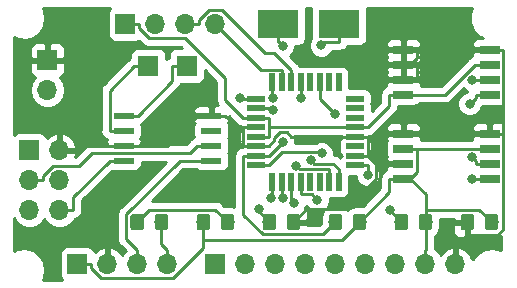
<source format=gtl>
G04 #@! TF.GenerationSoftware,KiCad,Pcbnew,5.0.2-bee76a0~70~ubuntu18.04.1*
G04 #@! TF.CreationDate,2019-02-19T10:33:26+11:00*
G04 #@! TF.ProjectId,BACEE,42414345-452e-46b6-9963-61645f706362,2*
G04 #@! TF.SameCoordinates,Original*
G04 #@! TF.FileFunction,Copper,L1,Top*
G04 #@! TF.FilePolarity,Positive*
%FSLAX46Y46*%
G04 Gerber Fmt 4.6, Leading zero omitted, Abs format (unit mm)*
G04 Created by KiCad (PCBNEW 5.0.2-bee76a0~70~ubuntu18.04.1) date Tue 19 Feb 2019 10:33:26 AM AEDT*
%MOMM*%
%LPD*%
G01*
G04 APERTURE LIST*
G04 #@! TA.AperFunction,ComponentPad*
%ADD10R,1.700000X1.700000*%
G04 #@! TD*
G04 #@! TA.AperFunction,ComponentPad*
%ADD11O,1.700000X1.700000*%
G04 #@! TD*
G04 #@! TA.AperFunction,Conductor*
%ADD12C,0.100000*%
G04 #@! TD*
G04 #@! TA.AperFunction,SMDPad,CuDef*
%ADD13C,1.150000*%
G04 #@! TD*
G04 #@! TA.AperFunction,SMDPad,CuDef*
%ADD14R,1.700000X0.650000*%
G04 #@! TD*
G04 #@! TA.AperFunction,SMDPad,CuDef*
%ADD15R,1.750000X0.550000*%
G04 #@! TD*
G04 #@! TA.AperFunction,SMDPad,CuDef*
%ADD16R,0.550000X1.500000*%
G04 #@! TD*
G04 #@! TA.AperFunction,SMDPad,CuDef*
%ADD17R,1.500000X0.550000*%
G04 #@! TD*
G04 #@! TA.AperFunction,SMDPad,CuDef*
%ADD18R,1.750000X1.800000*%
G04 #@! TD*
G04 #@! TA.AperFunction,SMDPad,CuDef*
%ADD19R,3.500000X2.400000*%
G04 #@! TD*
G04 #@! TA.AperFunction,ViaPad*
%ADD20C,0.800000*%
G04 #@! TD*
G04 #@! TA.AperFunction,Conductor*
%ADD21C,0.250000*%
G04 #@! TD*
G04 #@! TA.AperFunction,Conductor*
%ADD22C,0.254000*%
G04 #@! TD*
G04 APERTURE END LIST*
D10*
G04 #@! TO.P,BT1,1*
G04 #@! TO.N,/Vcc*
X98552000Y-96012000D03*
D11*
G04 #@! TO.P,BT1,2*
G04 #@! TO.N,GNDPWR*
X98552000Y-98552000D03*
G04 #@! TD*
D12*
G04 #@! TO.N,Net-(C1-Pad1)*
G04 #@! TO.C,C1*
G36*
X123276505Y-109029204D02*
X123300773Y-109032804D01*
X123324572Y-109038765D01*
X123347671Y-109047030D01*
X123369850Y-109057520D01*
X123390893Y-109070132D01*
X123410599Y-109084747D01*
X123428777Y-109101223D01*
X123445253Y-109119401D01*
X123459868Y-109139107D01*
X123472480Y-109160150D01*
X123482970Y-109182329D01*
X123491235Y-109205428D01*
X123497196Y-109229227D01*
X123500796Y-109253495D01*
X123502000Y-109277999D01*
X123502000Y-110178001D01*
X123500796Y-110202505D01*
X123497196Y-110226773D01*
X123491235Y-110250572D01*
X123482970Y-110273671D01*
X123472480Y-110295850D01*
X123459868Y-110316893D01*
X123445253Y-110336599D01*
X123428777Y-110354777D01*
X123410599Y-110371253D01*
X123390893Y-110385868D01*
X123369850Y-110398480D01*
X123347671Y-110408970D01*
X123324572Y-110417235D01*
X123300773Y-110423196D01*
X123276505Y-110426796D01*
X123252001Y-110428000D01*
X122601999Y-110428000D01*
X122577495Y-110426796D01*
X122553227Y-110423196D01*
X122529428Y-110417235D01*
X122506329Y-110408970D01*
X122484150Y-110398480D01*
X122463107Y-110385868D01*
X122443401Y-110371253D01*
X122425223Y-110354777D01*
X122408747Y-110336599D01*
X122394132Y-110316893D01*
X122381520Y-110295850D01*
X122371030Y-110273671D01*
X122362765Y-110250572D01*
X122356804Y-110226773D01*
X122353204Y-110202505D01*
X122352000Y-110178001D01*
X122352000Y-109277999D01*
X122353204Y-109253495D01*
X122356804Y-109229227D01*
X122362765Y-109205428D01*
X122371030Y-109182329D01*
X122381520Y-109160150D01*
X122394132Y-109139107D01*
X122408747Y-109119401D01*
X122425223Y-109101223D01*
X122443401Y-109084747D01*
X122463107Y-109070132D01*
X122484150Y-109057520D01*
X122506329Y-109047030D01*
X122529428Y-109038765D01*
X122553227Y-109032804D01*
X122577495Y-109029204D01*
X122601999Y-109028000D01*
X123252001Y-109028000D01*
X123276505Y-109029204D01*
X123276505Y-109029204D01*
G37*
D13*
G04 #@! TD*
G04 #@! TO.P,C1,1*
G04 #@! TO.N,Net-(C1-Pad1)*
X122927000Y-109728000D03*
D12*
G04 #@! TO.N,GNDPWR*
G04 #@! TO.C,C1*
G36*
X125326505Y-109029204D02*
X125350773Y-109032804D01*
X125374572Y-109038765D01*
X125397671Y-109047030D01*
X125419850Y-109057520D01*
X125440893Y-109070132D01*
X125460599Y-109084747D01*
X125478777Y-109101223D01*
X125495253Y-109119401D01*
X125509868Y-109139107D01*
X125522480Y-109160150D01*
X125532970Y-109182329D01*
X125541235Y-109205428D01*
X125547196Y-109229227D01*
X125550796Y-109253495D01*
X125552000Y-109277999D01*
X125552000Y-110178001D01*
X125550796Y-110202505D01*
X125547196Y-110226773D01*
X125541235Y-110250572D01*
X125532970Y-110273671D01*
X125522480Y-110295850D01*
X125509868Y-110316893D01*
X125495253Y-110336599D01*
X125478777Y-110354777D01*
X125460599Y-110371253D01*
X125440893Y-110385868D01*
X125419850Y-110398480D01*
X125397671Y-110408970D01*
X125374572Y-110417235D01*
X125350773Y-110423196D01*
X125326505Y-110426796D01*
X125302001Y-110428000D01*
X124651999Y-110428000D01*
X124627495Y-110426796D01*
X124603227Y-110423196D01*
X124579428Y-110417235D01*
X124556329Y-110408970D01*
X124534150Y-110398480D01*
X124513107Y-110385868D01*
X124493401Y-110371253D01*
X124475223Y-110354777D01*
X124458747Y-110336599D01*
X124444132Y-110316893D01*
X124431520Y-110295850D01*
X124421030Y-110273671D01*
X124412765Y-110250572D01*
X124406804Y-110226773D01*
X124403204Y-110202505D01*
X124402000Y-110178001D01*
X124402000Y-109277999D01*
X124403204Y-109253495D01*
X124406804Y-109229227D01*
X124412765Y-109205428D01*
X124421030Y-109182329D01*
X124431520Y-109160150D01*
X124444132Y-109139107D01*
X124458747Y-109119401D01*
X124475223Y-109101223D01*
X124493401Y-109084747D01*
X124513107Y-109070132D01*
X124534150Y-109057520D01*
X124556329Y-109047030D01*
X124579428Y-109038765D01*
X124603227Y-109032804D01*
X124627495Y-109029204D01*
X124651999Y-109028000D01*
X125302001Y-109028000D01*
X125326505Y-109029204D01*
X125326505Y-109029204D01*
G37*
D13*
G04 #@! TD*
G04 #@! TO.P,C1,2*
G04 #@! TO.N,GNDPWR*
X124977000Y-109728000D03*
D12*
G04 #@! TO.N,GNDPWR*
G04 #@! TO.C,C2*
G36*
X130914505Y-109029204D02*
X130938773Y-109032804D01*
X130962572Y-109038765D01*
X130985671Y-109047030D01*
X131007850Y-109057520D01*
X131028893Y-109070132D01*
X131048599Y-109084747D01*
X131066777Y-109101223D01*
X131083253Y-109119401D01*
X131097868Y-109139107D01*
X131110480Y-109160150D01*
X131120970Y-109182329D01*
X131129235Y-109205428D01*
X131135196Y-109229227D01*
X131138796Y-109253495D01*
X131140000Y-109277999D01*
X131140000Y-110178001D01*
X131138796Y-110202505D01*
X131135196Y-110226773D01*
X131129235Y-110250572D01*
X131120970Y-110273671D01*
X131110480Y-110295850D01*
X131097868Y-110316893D01*
X131083253Y-110336599D01*
X131066777Y-110354777D01*
X131048599Y-110371253D01*
X131028893Y-110385868D01*
X131007850Y-110398480D01*
X130985671Y-110408970D01*
X130962572Y-110417235D01*
X130938773Y-110423196D01*
X130914505Y-110426796D01*
X130890001Y-110428000D01*
X130239999Y-110428000D01*
X130215495Y-110426796D01*
X130191227Y-110423196D01*
X130167428Y-110417235D01*
X130144329Y-110408970D01*
X130122150Y-110398480D01*
X130101107Y-110385868D01*
X130081401Y-110371253D01*
X130063223Y-110354777D01*
X130046747Y-110336599D01*
X130032132Y-110316893D01*
X130019520Y-110295850D01*
X130009030Y-110273671D01*
X130000765Y-110250572D01*
X129994804Y-110226773D01*
X129991204Y-110202505D01*
X129990000Y-110178001D01*
X129990000Y-109277999D01*
X129991204Y-109253495D01*
X129994804Y-109229227D01*
X130000765Y-109205428D01*
X130009030Y-109182329D01*
X130019520Y-109160150D01*
X130032132Y-109139107D01*
X130046747Y-109119401D01*
X130063223Y-109101223D01*
X130081401Y-109084747D01*
X130101107Y-109070132D01*
X130122150Y-109057520D01*
X130144329Y-109047030D01*
X130167428Y-109038765D01*
X130191227Y-109032804D01*
X130215495Y-109029204D01*
X130239999Y-109028000D01*
X130890001Y-109028000D01*
X130914505Y-109029204D01*
X130914505Y-109029204D01*
G37*
D13*
G04 #@! TD*
G04 #@! TO.P,C2,2*
G04 #@! TO.N,GNDPWR*
X130565000Y-109728000D03*
D12*
G04 #@! TO.N,Net-(C2-Pad1)*
G04 #@! TO.C,C2*
G36*
X128864505Y-109029204D02*
X128888773Y-109032804D01*
X128912572Y-109038765D01*
X128935671Y-109047030D01*
X128957850Y-109057520D01*
X128978893Y-109070132D01*
X128998599Y-109084747D01*
X129016777Y-109101223D01*
X129033253Y-109119401D01*
X129047868Y-109139107D01*
X129060480Y-109160150D01*
X129070970Y-109182329D01*
X129079235Y-109205428D01*
X129085196Y-109229227D01*
X129088796Y-109253495D01*
X129090000Y-109277999D01*
X129090000Y-110178001D01*
X129088796Y-110202505D01*
X129085196Y-110226773D01*
X129079235Y-110250572D01*
X129070970Y-110273671D01*
X129060480Y-110295850D01*
X129047868Y-110316893D01*
X129033253Y-110336599D01*
X129016777Y-110354777D01*
X128998599Y-110371253D01*
X128978893Y-110385868D01*
X128957850Y-110398480D01*
X128935671Y-110408970D01*
X128912572Y-110417235D01*
X128888773Y-110423196D01*
X128864505Y-110426796D01*
X128840001Y-110428000D01*
X128189999Y-110428000D01*
X128165495Y-110426796D01*
X128141227Y-110423196D01*
X128117428Y-110417235D01*
X128094329Y-110408970D01*
X128072150Y-110398480D01*
X128051107Y-110385868D01*
X128031401Y-110371253D01*
X128013223Y-110354777D01*
X127996747Y-110336599D01*
X127982132Y-110316893D01*
X127969520Y-110295850D01*
X127959030Y-110273671D01*
X127950765Y-110250572D01*
X127944804Y-110226773D01*
X127941204Y-110202505D01*
X127940000Y-110178001D01*
X127940000Y-109277999D01*
X127941204Y-109253495D01*
X127944804Y-109229227D01*
X127950765Y-109205428D01*
X127959030Y-109182329D01*
X127969520Y-109160150D01*
X127982132Y-109139107D01*
X127996747Y-109119401D01*
X128013223Y-109101223D01*
X128031401Y-109084747D01*
X128051107Y-109070132D01*
X128072150Y-109057520D01*
X128094329Y-109047030D01*
X128117428Y-109038765D01*
X128141227Y-109032804D01*
X128165495Y-109029204D01*
X128189999Y-109028000D01*
X128840001Y-109028000D01*
X128864505Y-109029204D01*
X128864505Y-109029204D01*
G37*
D13*
G04 #@! TD*
G04 #@! TO.P,C2,1*
G04 #@! TO.N,Net-(C2-Pad1)*
X128515000Y-109728000D03*
D12*
G04 #@! TO.N,/Vcc*
G04 #@! TO.C,C3*
G36*
X134452505Y-109029204D02*
X134476773Y-109032804D01*
X134500572Y-109038765D01*
X134523671Y-109047030D01*
X134545850Y-109057520D01*
X134566893Y-109070132D01*
X134586599Y-109084747D01*
X134604777Y-109101223D01*
X134621253Y-109119401D01*
X134635868Y-109139107D01*
X134648480Y-109160150D01*
X134658970Y-109182329D01*
X134667235Y-109205428D01*
X134673196Y-109229227D01*
X134676796Y-109253495D01*
X134678000Y-109277999D01*
X134678000Y-110178001D01*
X134676796Y-110202505D01*
X134673196Y-110226773D01*
X134667235Y-110250572D01*
X134658970Y-110273671D01*
X134648480Y-110295850D01*
X134635868Y-110316893D01*
X134621253Y-110336599D01*
X134604777Y-110354777D01*
X134586599Y-110371253D01*
X134566893Y-110385868D01*
X134545850Y-110398480D01*
X134523671Y-110408970D01*
X134500572Y-110417235D01*
X134476773Y-110423196D01*
X134452505Y-110426796D01*
X134428001Y-110428000D01*
X133777999Y-110428000D01*
X133753495Y-110426796D01*
X133729227Y-110423196D01*
X133705428Y-110417235D01*
X133682329Y-110408970D01*
X133660150Y-110398480D01*
X133639107Y-110385868D01*
X133619401Y-110371253D01*
X133601223Y-110354777D01*
X133584747Y-110336599D01*
X133570132Y-110316893D01*
X133557520Y-110295850D01*
X133547030Y-110273671D01*
X133538765Y-110250572D01*
X133532804Y-110226773D01*
X133529204Y-110202505D01*
X133528000Y-110178001D01*
X133528000Y-109277999D01*
X133529204Y-109253495D01*
X133532804Y-109229227D01*
X133538765Y-109205428D01*
X133547030Y-109182329D01*
X133557520Y-109160150D01*
X133570132Y-109139107D01*
X133584747Y-109119401D01*
X133601223Y-109101223D01*
X133619401Y-109084747D01*
X133639107Y-109070132D01*
X133660150Y-109057520D01*
X133682329Y-109047030D01*
X133705428Y-109038765D01*
X133729227Y-109032804D01*
X133753495Y-109029204D01*
X133777999Y-109028000D01*
X134428001Y-109028000D01*
X134452505Y-109029204D01*
X134452505Y-109029204D01*
G37*
D13*
G04 #@! TD*
G04 #@! TO.P,C3,1*
G04 #@! TO.N,/Vcc*
X134103000Y-109728000D03*
D12*
G04 #@! TO.N,GNDPWR*
G04 #@! TO.C,C3*
G36*
X136502505Y-109029204D02*
X136526773Y-109032804D01*
X136550572Y-109038765D01*
X136573671Y-109047030D01*
X136595850Y-109057520D01*
X136616893Y-109070132D01*
X136636599Y-109084747D01*
X136654777Y-109101223D01*
X136671253Y-109119401D01*
X136685868Y-109139107D01*
X136698480Y-109160150D01*
X136708970Y-109182329D01*
X136717235Y-109205428D01*
X136723196Y-109229227D01*
X136726796Y-109253495D01*
X136728000Y-109277999D01*
X136728000Y-110178001D01*
X136726796Y-110202505D01*
X136723196Y-110226773D01*
X136717235Y-110250572D01*
X136708970Y-110273671D01*
X136698480Y-110295850D01*
X136685868Y-110316893D01*
X136671253Y-110336599D01*
X136654777Y-110354777D01*
X136636599Y-110371253D01*
X136616893Y-110385868D01*
X136595850Y-110398480D01*
X136573671Y-110408970D01*
X136550572Y-110417235D01*
X136526773Y-110423196D01*
X136502505Y-110426796D01*
X136478001Y-110428000D01*
X135827999Y-110428000D01*
X135803495Y-110426796D01*
X135779227Y-110423196D01*
X135755428Y-110417235D01*
X135732329Y-110408970D01*
X135710150Y-110398480D01*
X135689107Y-110385868D01*
X135669401Y-110371253D01*
X135651223Y-110354777D01*
X135634747Y-110336599D01*
X135620132Y-110316893D01*
X135607520Y-110295850D01*
X135597030Y-110273671D01*
X135588765Y-110250572D01*
X135582804Y-110226773D01*
X135579204Y-110202505D01*
X135578000Y-110178001D01*
X135578000Y-109277999D01*
X135579204Y-109253495D01*
X135582804Y-109229227D01*
X135588765Y-109205428D01*
X135597030Y-109182329D01*
X135607520Y-109160150D01*
X135620132Y-109139107D01*
X135634747Y-109119401D01*
X135651223Y-109101223D01*
X135669401Y-109084747D01*
X135689107Y-109070132D01*
X135710150Y-109057520D01*
X135732329Y-109047030D01*
X135755428Y-109038765D01*
X135779227Y-109032804D01*
X135803495Y-109029204D01*
X135827999Y-109028000D01*
X136478001Y-109028000D01*
X136502505Y-109029204D01*
X136502505Y-109029204D01*
G37*
D13*
G04 #@! TD*
G04 #@! TO.P,C3,2*
G04 #@! TO.N,GNDPWR*
X136153000Y-109728000D03*
D11*
G04 #@! TO.P,J2,4*
G04 #@! TO.N,/SCK*
X108712000Y-113284000D03*
G04 #@! TO.P,J2,3*
G04 #@! TO.N,/SDA*
X106172000Y-113284000D03*
G04 #@! TO.P,J2,2*
G04 #@! TO.N,/Vcc*
X103632000Y-113284000D03*
D10*
G04 #@! TO.P,J2,1*
G04 #@! TO.N,GNDPWR*
X101092000Y-113284000D03*
G04 #@! TD*
G04 #@! TO.P,J3,1*
G04 #@! TO.N,/D2*
X112776000Y-113284000D03*
D11*
G04 #@! TO.P,J3,2*
G04 #@! TO.N,/D3*
X115316000Y-113284000D03*
G04 #@! TO.P,J3,3*
G04 #@! TO.N,/D4*
X117856000Y-113284000D03*
G04 #@! TO.P,J3,4*
G04 #@! TO.N,/D5*
X120396000Y-113284000D03*
G04 #@! TO.P,J3,5*
G04 #@! TO.N,/D6*
X122936000Y-113284000D03*
G04 #@! TO.P,J3,6*
G04 #@! TO.N,/D7*
X125476000Y-113284000D03*
G04 #@! TO.P,J3,7*
G04 #@! TO.N,/D8*
X128016000Y-113284000D03*
G04 #@! TO.P,J3,8*
G04 #@! TO.N,GNDPWR*
X130556000Y-113284000D03*
G04 #@! TO.P,J3,9*
G04 #@! TO.N,/Vcc*
X133096000Y-113284000D03*
G04 #@! TD*
D10*
G04 #@! TO.P,J4,1*
G04 #@! TO.N,GNDPWR*
X105156000Y-92964000D03*
D11*
G04 #@! TO.P,J4,2*
G04 #@! TO.N,/Vcc*
X107696000Y-92964000D03*
G04 #@! TO.P,J4,3*
G04 #@! TO.N,/RX*
X110236000Y-92964000D03*
G04 #@! TO.P,J4,4*
G04 #@! TO.N,/TX*
X112776000Y-92964000D03*
G04 #@! TD*
D10*
G04 #@! TO.P,J5,1*
G04 #@! TO.N,/MISO*
X97028000Y-103632000D03*
D11*
G04 #@! TO.P,J5,2*
G04 #@! TO.N,/Vcc*
X99568000Y-103632000D03*
G04 #@! TO.P,J5,3*
G04 #@! TO.N,/SCK*
X97028000Y-106172000D03*
G04 #@! TO.P,J5,4*
G04 #@! TO.N,/MOSI*
X99568000Y-106172000D03*
G04 #@! TO.P,J5,5*
G04 #@! TO.N,/RESET*
X97028000Y-108712000D03*
G04 #@! TO.P,J5,6*
G04 #@! TO.N,GNDPWR*
X99568000Y-108712000D03*
G04 #@! TD*
D12*
G04 #@! TO.N,Net-(DS1-Pad1)*
G04 #@! TO.C,R1*
G36*
X114150505Y-109029204D02*
X114174773Y-109032804D01*
X114198572Y-109038765D01*
X114221671Y-109047030D01*
X114243850Y-109057520D01*
X114264893Y-109070132D01*
X114284599Y-109084747D01*
X114302777Y-109101223D01*
X114319253Y-109119401D01*
X114333868Y-109139107D01*
X114346480Y-109160150D01*
X114356970Y-109182329D01*
X114365235Y-109205428D01*
X114371196Y-109229227D01*
X114374796Y-109253495D01*
X114376000Y-109277999D01*
X114376000Y-110178001D01*
X114374796Y-110202505D01*
X114371196Y-110226773D01*
X114365235Y-110250572D01*
X114356970Y-110273671D01*
X114346480Y-110295850D01*
X114333868Y-110316893D01*
X114319253Y-110336599D01*
X114302777Y-110354777D01*
X114284599Y-110371253D01*
X114264893Y-110385868D01*
X114243850Y-110398480D01*
X114221671Y-110408970D01*
X114198572Y-110417235D01*
X114174773Y-110423196D01*
X114150505Y-110426796D01*
X114126001Y-110428000D01*
X113475999Y-110428000D01*
X113451495Y-110426796D01*
X113427227Y-110423196D01*
X113403428Y-110417235D01*
X113380329Y-110408970D01*
X113358150Y-110398480D01*
X113337107Y-110385868D01*
X113317401Y-110371253D01*
X113299223Y-110354777D01*
X113282747Y-110336599D01*
X113268132Y-110316893D01*
X113255520Y-110295850D01*
X113245030Y-110273671D01*
X113236765Y-110250572D01*
X113230804Y-110226773D01*
X113227204Y-110202505D01*
X113226000Y-110178001D01*
X113226000Y-109277999D01*
X113227204Y-109253495D01*
X113230804Y-109229227D01*
X113236765Y-109205428D01*
X113245030Y-109182329D01*
X113255520Y-109160150D01*
X113268132Y-109139107D01*
X113282747Y-109119401D01*
X113299223Y-109101223D01*
X113317401Y-109084747D01*
X113337107Y-109070132D01*
X113358150Y-109057520D01*
X113380329Y-109047030D01*
X113403428Y-109038765D01*
X113427227Y-109032804D01*
X113451495Y-109029204D01*
X113475999Y-109028000D01*
X114126001Y-109028000D01*
X114150505Y-109029204D01*
X114150505Y-109029204D01*
G37*
D13*
G04 #@! TD*
G04 #@! TO.P,R1,2*
G04 #@! TO.N,Net-(DS1-Pad1)*
X113801000Y-109728000D03*
D12*
G04 #@! TO.N,GNDPWR*
G04 #@! TO.C,R1*
G36*
X112100505Y-109029204D02*
X112124773Y-109032804D01*
X112148572Y-109038765D01*
X112171671Y-109047030D01*
X112193850Y-109057520D01*
X112214893Y-109070132D01*
X112234599Y-109084747D01*
X112252777Y-109101223D01*
X112269253Y-109119401D01*
X112283868Y-109139107D01*
X112296480Y-109160150D01*
X112306970Y-109182329D01*
X112315235Y-109205428D01*
X112321196Y-109229227D01*
X112324796Y-109253495D01*
X112326000Y-109277999D01*
X112326000Y-110178001D01*
X112324796Y-110202505D01*
X112321196Y-110226773D01*
X112315235Y-110250572D01*
X112306970Y-110273671D01*
X112296480Y-110295850D01*
X112283868Y-110316893D01*
X112269253Y-110336599D01*
X112252777Y-110354777D01*
X112234599Y-110371253D01*
X112214893Y-110385868D01*
X112193850Y-110398480D01*
X112171671Y-110408970D01*
X112148572Y-110417235D01*
X112124773Y-110423196D01*
X112100505Y-110426796D01*
X112076001Y-110428000D01*
X111425999Y-110428000D01*
X111401495Y-110426796D01*
X111377227Y-110423196D01*
X111353428Y-110417235D01*
X111330329Y-110408970D01*
X111308150Y-110398480D01*
X111287107Y-110385868D01*
X111267401Y-110371253D01*
X111249223Y-110354777D01*
X111232747Y-110336599D01*
X111218132Y-110316893D01*
X111205520Y-110295850D01*
X111195030Y-110273671D01*
X111186765Y-110250572D01*
X111180804Y-110226773D01*
X111177204Y-110202505D01*
X111176000Y-110178001D01*
X111176000Y-109277999D01*
X111177204Y-109253495D01*
X111180804Y-109229227D01*
X111186765Y-109205428D01*
X111195030Y-109182329D01*
X111205520Y-109160150D01*
X111218132Y-109139107D01*
X111232747Y-109119401D01*
X111249223Y-109101223D01*
X111267401Y-109084747D01*
X111287107Y-109070132D01*
X111308150Y-109057520D01*
X111330329Y-109047030D01*
X111353428Y-109038765D01*
X111377227Y-109032804D01*
X111401495Y-109029204D01*
X111425999Y-109028000D01*
X112076001Y-109028000D01*
X112100505Y-109029204D01*
X112100505Y-109029204D01*
G37*
D13*
G04 #@! TD*
G04 #@! TO.P,R1,1*
G04 #@! TO.N,GNDPWR*
X111751000Y-109728000D03*
D12*
G04 #@! TO.N,/RESET*
G04 #@! TO.C,R2*
G36*
X117688505Y-109029204D02*
X117712773Y-109032804D01*
X117736572Y-109038765D01*
X117759671Y-109047030D01*
X117781850Y-109057520D01*
X117802893Y-109070132D01*
X117822599Y-109084747D01*
X117840777Y-109101223D01*
X117857253Y-109119401D01*
X117871868Y-109139107D01*
X117884480Y-109160150D01*
X117894970Y-109182329D01*
X117903235Y-109205428D01*
X117909196Y-109229227D01*
X117912796Y-109253495D01*
X117914000Y-109277999D01*
X117914000Y-110178001D01*
X117912796Y-110202505D01*
X117909196Y-110226773D01*
X117903235Y-110250572D01*
X117894970Y-110273671D01*
X117884480Y-110295850D01*
X117871868Y-110316893D01*
X117857253Y-110336599D01*
X117840777Y-110354777D01*
X117822599Y-110371253D01*
X117802893Y-110385868D01*
X117781850Y-110398480D01*
X117759671Y-110408970D01*
X117736572Y-110417235D01*
X117712773Y-110423196D01*
X117688505Y-110426796D01*
X117664001Y-110428000D01*
X117013999Y-110428000D01*
X116989495Y-110426796D01*
X116965227Y-110423196D01*
X116941428Y-110417235D01*
X116918329Y-110408970D01*
X116896150Y-110398480D01*
X116875107Y-110385868D01*
X116855401Y-110371253D01*
X116837223Y-110354777D01*
X116820747Y-110336599D01*
X116806132Y-110316893D01*
X116793520Y-110295850D01*
X116783030Y-110273671D01*
X116774765Y-110250572D01*
X116768804Y-110226773D01*
X116765204Y-110202505D01*
X116764000Y-110178001D01*
X116764000Y-109277999D01*
X116765204Y-109253495D01*
X116768804Y-109229227D01*
X116774765Y-109205428D01*
X116783030Y-109182329D01*
X116793520Y-109160150D01*
X116806132Y-109139107D01*
X116820747Y-109119401D01*
X116837223Y-109101223D01*
X116855401Y-109084747D01*
X116875107Y-109070132D01*
X116896150Y-109057520D01*
X116918329Y-109047030D01*
X116941428Y-109038765D01*
X116965227Y-109032804D01*
X116989495Y-109029204D01*
X117013999Y-109028000D01*
X117664001Y-109028000D01*
X117688505Y-109029204D01*
X117688505Y-109029204D01*
G37*
D13*
G04 #@! TD*
G04 #@! TO.P,R2,1*
G04 #@! TO.N,/RESET*
X117339000Y-109728000D03*
D12*
G04 #@! TO.N,/Vcc*
G04 #@! TO.C,R2*
G36*
X119738505Y-109029204D02*
X119762773Y-109032804D01*
X119786572Y-109038765D01*
X119809671Y-109047030D01*
X119831850Y-109057520D01*
X119852893Y-109070132D01*
X119872599Y-109084747D01*
X119890777Y-109101223D01*
X119907253Y-109119401D01*
X119921868Y-109139107D01*
X119934480Y-109160150D01*
X119944970Y-109182329D01*
X119953235Y-109205428D01*
X119959196Y-109229227D01*
X119962796Y-109253495D01*
X119964000Y-109277999D01*
X119964000Y-110178001D01*
X119962796Y-110202505D01*
X119959196Y-110226773D01*
X119953235Y-110250572D01*
X119944970Y-110273671D01*
X119934480Y-110295850D01*
X119921868Y-110316893D01*
X119907253Y-110336599D01*
X119890777Y-110354777D01*
X119872599Y-110371253D01*
X119852893Y-110385868D01*
X119831850Y-110398480D01*
X119809671Y-110408970D01*
X119786572Y-110417235D01*
X119762773Y-110423196D01*
X119738505Y-110426796D01*
X119714001Y-110428000D01*
X119063999Y-110428000D01*
X119039495Y-110426796D01*
X119015227Y-110423196D01*
X118991428Y-110417235D01*
X118968329Y-110408970D01*
X118946150Y-110398480D01*
X118925107Y-110385868D01*
X118905401Y-110371253D01*
X118887223Y-110354777D01*
X118870747Y-110336599D01*
X118856132Y-110316893D01*
X118843520Y-110295850D01*
X118833030Y-110273671D01*
X118824765Y-110250572D01*
X118818804Y-110226773D01*
X118815204Y-110202505D01*
X118814000Y-110178001D01*
X118814000Y-109277999D01*
X118815204Y-109253495D01*
X118818804Y-109229227D01*
X118824765Y-109205428D01*
X118833030Y-109182329D01*
X118843520Y-109160150D01*
X118856132Y-109139107D01*
X118870747Y-109119401D01*
X118887223Y-109101223D01*
X118905401Y-109084747D01*
X118925107Y-109070132D01*
X118946150Y-109057520D01*
X118968329Y-109047030D01*
X118991428Y-109038765D01*
X119015227Y-109032804D01*
X119039495Y-109029204D01*
X119063999Y-109028000D01*
X119714001Y-109028000D01*
X119738505Y-109029204D01*
X119738505Y-109029204D01*
G37*
D13*
G04 #@! TD*
G04 #@! TO.P,R2,2*
G04 #@! TO.N,/Vcc*
X119389000Y-109728000D03*
D14*
G04 #@! TO.P,U1,1*
G04 #@! TO.N,/Vcc*
X128684000Y-95123000D03*
G04 #@! TO.P,U1,2*
X128684000Y-96393000D03*
G04 #@! TO.P,U1,3*
X128684000Y-97663000D03*
G04 #@! TO.P,U1,4*
G04 #@! TO.N,GNDPWR*
X128684000Y-98933000D03*
G04 #@! TO.P,U1,5*
G04 #@! TO.N,/SDA*
X135984000Y-98933000D03*
G04 #@! TO.P,U1,6*
G04 #@! TO.N,/SCK*
X135984000Y-97663000D03*
G04 #@! TO.P,U1,7*
G04 #@! TO.N,GNDPWR*
X135984000Y-96393000D03*
G04 #@! TO.P,U1,8*
G04 #@! TO.N,/Vcc*
X135984000Y-95123000D03*
G04 #@! TD*
D15*
G04 #@! TO.P,U2,1*
G04 #@! TO.N,Net-(U2-Pad1)*
X105012000Y-100711000D03*
G04 #@! TO.P,U2,2*
G04 #@! TO.N,Net-(U2-Pad2)*
X105012000Y-101981000D03*
G04 #@! TO.P,U2,3*
G04 #@! TO.N,/Vcc*
X105012000Y-103251000D03*
G04 #@! TO.P,U2,4*
G04 #@! TO.N,GNDPWR*
X105012000Y-104521000D03*
G04 #@! TO.P,U2,5*
G04 #@! TO.N,/SDA*
X112412000Y-104521000D03*
G04 #@! TO.P,U2,6*
G04 #@! TO.N,/SCK*
X112412000Y-103251000D03*
G04 #@! TO.P,U2,7*
G04 #@! TO.N,Net-(U2-Pad7)*
X112412000Y-101981000D03*
G04 #@! TO.P,U2,8*
G04 #@! TO.N,/Vcc*
X112412000Y-100711000D03*
G04 #@! TD*
D14*
G04 #@! TO.P,U3,8*
G04 #@! TO.N,/Vcc*
X135984000Y-102235000D03*
G04 #@! TO.P,U3,7*
G04 #@! TO.N,GNDPWR*
X135984000Y-103505000D03*
G04 #@! TO.P,U3,6*
G04 #@! TO.N,/SCK*
X135984000Y-104775000D03*
G04 #@! TO.P,U3,5*
G04 #@! TO.N,/SDA*
X135984000Y-106045000D03*
G04 #@! TO.P,U3,4*
G04 #@! TO.N,GNDPWR*
X128684000Y-106045000D03*
G04 #@! TO.P,U3,3*
G04 #@! TO.N,/Vcc*
X128684000Y-104775000D03*
G04 #@! TO.P,U3,2*
G04 #@! TO.N,GNDPWR*
X128684000Y-103505000D03*
G04 #@! TO.P,U3,1*
G04 #@! TO.N,/Vcc*
X128684000Y-102235000D03*
G04 #@! TD*
D16*
G04 #@! TO.P,U4,9*
G04 #@! TO.N,/D5*
X117596000Y-106308000D03*
D17*
G04 #@! TO.P,U4,1*
G04 #@! TO.N,/D3*
X116196000Y-99308000D03*
G04 #@! TO.P,U4,2*
G04 #@! TO.N,/D4*
X116196000Y-100108000D03*
G04 #@! TO.P,U4,3*
G04 #@! TO.N,GNDPWR*
X116196000Y-100908000D03*
G04 #@! TO.P,U4,4*
G04 #@! TO.N,/Vcc*
X116196000Y-101708000D03*
G04 #@! TO.P,U4,5*
G04 #@! TO.N,GNDPWR*
X116196000Y-102508000D03*
G04 #@! TO.P,U4,6*
G04 #@! TO.N,/Vcc*
X116196000Y-103308000D03*
G04 #@! TO.P,U4,7*
G04 #@! TO.N,Net-(C1-Pad1)*
X116196000Y-104108000D03*
G04 #@! TO.P,U4,8*
G04 #@! TO.N,Net-(C2-Pad1)*
X116196000Y-104908000D03*
D16*
G04 #@! TO.P,U4,10*
G04 #@! TO.N,/D6*
X118396000Y-106308000D03*
G04 #@! TO.P,U4,11*
G04 #@! TO.N,/D7*
X119196000Y-106308000D03*
G04 #@! TO.P,U4,12*
G04 #@! TO.N,/D8*
X119996000Y-106308000D03*
G04 #@! TO.P,U4,13*
G04 #@! TO.N,Net-(U4-Pad13)*
X120796000Y-106308000D03*
G04 #@! TO.P,U4,14*
G04 #@! TO.N,Net-(U4-Pad14)*
X121596000Y-106308000D03*
G04 #@! TO.P,U4,15*
G04 #@! TO.N,/MOSI*
X122396000Y-106308000D03*
G04 #@! TO.P,U4,16*
G04 #@! TO.N,/MISO*
X123196000Y-106308000D03*
D17*
G04 #@! TO.P,U4,17*
G04 #@! TO.N,/SCK*
X124596000Y-104908000D03*
G04 #@! TO.P,U4,18*
G04 #@! TO.N,/Vcc*
X124596000Y-104108000D03*
G04 #@! TO.P,U4,19*
G04 #@! TO.N,Net-(U4-Pad19)*
X124596000Y-103308000D03*
G04 #@! TO.P,U4,20*
G04 #@! TO.N,/Vcc*
X124596000Y-102508000D03*
G04 #@! TO.P,U4,21*
G04 #@! TO.N,GNDPWR*
X124596000Y-101708000D03*
G04 #@! TO.P,U4,22*
G04 #@! TO.N,Net-(U4-Pad22)*
X124596000Y-100908000D03*
G04 #@! TO.P,U4,23*
G04 #@! TO.N,/ADDS1*
X124596000Y-100108000D03*
G04 #@! TO.P,U4,24*
G04 #@! TO.N,/ADDS2*
X124596000Y-99308000D03*
D16*
G04 #@! TO.P,U4,25*
G04 #@! TO.N,Net-(U4-Pad25)*
X123196000Y-97908000D03*
G04 #@! TO.P,U4,26*
G04 #@! TO.N,Net-(U4-Pad26)*
X122396000Y-97908000D03*
G04 #@! TO.P,U4,27*
G04 #@! TO.N,/SDA*
X121596000Y-97908000D03*
G04 #@! TO.P,U4,28*
G04 #@! TO.N,Net-(U4-Pad28)*
X120796000Y-97908000D03*
G04 #@! TO.P,U4,29*
G04 #@! TO.N,/RESET*
X119996000Y-97908000D03*
G04 #@! TO.P,U4,30*
G04 #@! TO.N,/RX*
X119196000Y-97908000D03*
G04 #@! TO.P,U4,31*
G04 #@! TO.N,/TX*
X118396000Y-97908000D03*
G04 #@! TO.P,U4,32*
G04 #@! TO.N,/D2*
X117596000Y-97908000D03*
G04 #@! TD*
D18*
G04 #@! TO.P,Y1,1*
G04 #@! TO.N,Net-(U2-Pad2)*
X107087000Y-96520000D03*
G04 #@! TO.P,Y1,2*
G04 #@! TO.N,Net-(U2-Pad1)*
X110337000Y-96520000D03*
G04 #@! TD*
D19*
G04 #@! TO.P,Y2,1*
G04 #@! TO.N,Net-(C1-Pad1)*
X118050000Y-92964000D03*
G04 #@! TO.P,Y2,2*
G04 #@! TO.N,Net-(C2-Pad1)*
X123250000Y-92964000D03*
G04 #@! TD*
D12*
G04 #@! TO.N,Net-(DS1-Pad1)*
G04 #@! TO.C,DS1*
G36*
X106503505Y-109029204D02*
X106527773Y-109032804D01*
X106551572Y-109038765D01*
X106574671Y-109047030D01*
X106596850Y-109057520D01*
X106617893Y-109070132D01*
X106637599Y-109084747D01*
X106655777Y-109101223D01*
X106672253Y-109119401D01*
X106686868Y-109139107D01*
X106699480Y-109160150D01*
X106709970Y-109182329D01*
X106718235Y-109205428D01*
X106724196Y-109229227D01*
X106727796Y-109253495D01*
X106729000Y-109277999D01*
X106729000Y-110178001D01*
X106727796Y-110202505D01*
X106724196Y-110226773D01*
X106718235Y-110250572D01*
X106709970Y-110273671D01*
X106699480Y-110295850D01*
X106686868Y-110316893D01*
X106672253Y-110336599D01*
X106655777Y-110354777D01*
X106637599Y-110371253D01*
X106617893Y-110385868D01*
X106596850Y-110398480D01*
X106574671Y-110408970D01*
X106551572Y-110417235D01*
X106527773Y-110423196D01*
X106503505Y-110426796D01*
X106479001Y-110428000D01*
X105828999Y-110428000D01*
X105804495Y-110426796D01*
X105780227Y-110423196D01*
X105756428Y-110417235D01*
X105733329Y-110408970D01*
X105711150Y-110398480D01*
X105690107Y-110385868D01*
X105670401Y-110371253D01*
X105652223Y-110354777D01*
X105635747Y-110336599D01*
X105621132Y-110316893D01*
X105608520Y-110295850D01*
X105598030Y-110273671D01*
X105589765Y-110250572D01*
X105583804Y-110226773D01*
X105580204Y-110202505D01*
X105579000Y-110178001D01*
X105579000Y-109277999D01*
X105580204Y-109253495D01*
X105583804Y-109229227D01*
X105589765Y-109205428D01*
X105598030Y-109182329D01*
X105608520Y-109160150D01*
X105621132Y-109139107D01*
X105635747Y-109119401D01*
X105652223Y-109101223D01*
X105670401Y-109084747D01*
X105690107Y-109070132D01*
X105711150Y-109057520D01*
X105733329Y-109047030D01*
X105756428Y-109038765D01*
X105780227Y-109032804D01*
X105804495Y-109029204D01*
X105828999Y-109028000D01*
X106479001Y-109028000D01*
X106503505Y-109029204D01*
X106503505Y-109029204D01*
G37*
D13*
G04 #@! TD*
G04 #@! TO.P,DS1,1*
G04 #@! TO.N,Net-(DS1-Pad1)*
X106154000Y-109728000D03*
D12*
G04 #@! TO.N,/SCK*
G04 #@! TO.C,DS1*
G36*
X108553505Y-109029204D02*
X108577773Y-109032804D01*
X108601572Y-109038765D01*
X108624671Y-109047030D01*
X108646850Y-109057520D01*
X108667893Y-109070132D01*
X108687599Y-109084747D01*
X108705777Y-109101223D01*
X108722253Y-109119401D01*
X108736868Y-109139107D01*
X108749480Y-109160150D01*
X108759970Y-109182329D01*
X108768235Y-109205428D01*
X108774196Y-109229227D01*
X108777796Y-109253495D01*
X108779000Y-109277999D01*
X108779000Y-110178001D01*
X108777796Y-110202505D01*
X108774196Y-110226773D01*
X108768235Y-110250572D01*
X108759970Y-110273671D01*
X108749480Y-110295850D01*
X108736868Y-110316893D01*
X108722253Y-110336599D01*
X108705777Y-110354777D01*
X108687599Y-110371253D01*
X108667893Y-110385868D01*
X108646850Y-110398480D01*
X108624671Y-110408970D01*
X108601572Y-110417235D01*
X108577773Y-110423196D01*
X108553505Y-110426796D01*
X108529001Y-110428000D01*
X107878999Y-110428000D01*
X107854495Y-110426796D01*
X107830227Y-110423196D01*
X107806428Y-110417235D01*
X107783329Y-110408970D01*
X107761150Y-110398480D01*
X107740107Y-110385868D01*
X107720401Y-110371253D01*
X107702223Y-110354777D01*
X107685747Y-110336599D01*
X107671132Y-110316893D01*
X107658520Y-110295850D01*
X107648030Y-110273671D01*
X107639765Y-110250572D01*
X107633804Y-110226773D01*
X107630204Y-110202505D01*
X107629000Y-110178001D01*
X107629000Y-109277999D01*
X107630204Y-109253495D01*
X107633804Y-109229227D01*
X107639765Y-109205428D01*
X107648030Y-109182329D01*
X107658520Y-109160150D01*
X107671132Y-109139107D01*
X107685747Y-109119401D01*
X107702223Y-109101223D01*
X107720401Y-109084747D01*
X107740107Y-109070132D01*
X107761150Y-109057520D01*
X107783329Y-109047030D01*
X107806428Y-109038765D01*
X107830227Y-109032804D01*
X107854495Y-109029204D01*
X107878999Y-109028000D01*
X108529001Y-109028000D01*
X108553505Y-109029204D01*
X108553505Y-109029204D01*
G37*
D13*
G04 #@! TD*
G04 #@! TO.P,DS1,2*
G04 #@! TO.N,/SCK*
X108204000Y-109728000D03*
D20*
G04 #@! TO.N,Net-(C1-Pad1)*
X118489000Y-102930000D03*
X118484400Y-94801900D03*
G04 #@! TO.N,Net-(C2-Pad1)*
X121735600Y-94765300D03*
X121760800Y-103923600D03*
X127515600Y-108728600D03*
G04 #@! TO.N,/SCK*
X134512900Y-97663000D03*
X125671300Y-105729100D03*
X134502500Y-104255000D03*
G04 #@! TO.N,/SDA*
X134524700Y-106045000D03*
X134297800Y-99715500D03*
X122926300Y-100607700D03*
G04 #@! TO.N,/D2*
X117613500Y-99269200D03*
G04 #@! TO.N,/D3*
X114814600Y-99228200D03*
G04 #@! TO.N,/D4*
X117687100Y-100278200D03*
G04 #@! TO.N,/D5*
X117445900Y-107658900D03*
G04 #@! TO.N,/D6*
X118459700Y-107682700D03*
G04 #@! TO.N,/D7*
X119438600Y-108124700D03*
G04 #@! TO.N,/D8*
X121401600Y-107869100D03*
G04 #@! TO.N,/MISO*
X120840700Y-104507400D03*
G04 #@! TO.N,/MOSI*
X119632600Y-104944500D03*
G04 #@! TO.N,/RESET*
X116424400Y-108629800D03*
X119996000Y-99260000D03*
G04 #@! TD*
D21*
G04 #@! TO.N,/Vcc*
X124596000Y-102508000D02*
X119207200Y-102508000D01*
X119207200Y-102508000D02*
X118833700Y-102134500D01*
X118833700Y-102134500D02*
X118232800Y-102134500D01*
X118232800Y-102134500D02*
X117763700Y-102603600D01*
X117763700Y-102603600D02*
X117763700Y-102815600D01*
X117763700Y-102815600D02*
X117271300Y-103308000D01*
X126397400Y-104775000D02*
X128684000Y-104775000D01*
X125671300Y-104108000D02*
X126338300Y-104775000D01*
X126338300Y-104775000D02*
X126397400Y-104775000D01*
X126397400Y-104775000D02*
X126397400Y-106066200D01*
X126397400Y-106066200D02*
X123810500Y-108653100D01*
X123810500Y-108653100D02*
X120463900Y-108653100D01*
X120463900Y-108653100D02*
X119389000Y-109728000D01*
X125671300Y-102508000D02*
X125671300Y-104108000D01*
X134103000Y-110805200D02*
X134103000Y-109728000D01*
X133096000Y-112108700D02*
X134103000Y-111101700D01*
X134103000Y-111101700D02*
X134103000Y-110805200D01*
X137159300Y-102235000D02*
X137159300Y-110311100D01*
X137159300Y-110311100D02*
X136665200Y-110805200D01*
X136665200Y-110805200D02*
X134103000Y-110805200D01*
X137046700Y-102235000D02*
X137159300Y-102235000D01*
X135984000Y-102235000D02*
X137046700Y-102235000D01*
X133096000Y-113284000D02*
X133096000Y-112108700D01*
X128684000Y-102235000D02*
X127508700Y-102235000D01*
X125671300Y-102508000D02*
X127235700Y-102508000D01*
X127235700Y-102508000D02*
X127508700Y-102235000D01*
X124596000Y-102508000D02*
X125671300Y-102508000D01*
X124596000Y-104108000D02*
X125671300Y-104108000D01*
X116196000Y-103308000D02*
X117271300Y-103308000D01*
X115120700Y-101708000D02*
X116196000Y-101708000D01*
X113612300Y-100711000D02*
X114609300Y-101708000D01*
X114609300Y-101708000D02*
X115120700Y-101708000D01*
X115120700Y-103308000D02*
X115120700Y-101708000D01*
X116196000Y-103308000D02*
X115120700Y-103308000D01*
X112412000Y-100711000D02*
X113612300Y-100711000D01*
X111811900Y-100711000D02*
X112412000Y-100711000D01*
X111811900Y-100711000D02*
X111211700Y-100711000D01*
X135984000Y-95123000D02*
X137159300Y-95123000D01*
X137159300Y-95123000D02*
X137159300Y-102235000D01*
X129859300Y-95123000D02*
X135984000Y-95123000D01*
X128684000Y-95123000D02*
X129859300Y-95123000D01*
X129271700Y-96393000D02*
X129859300Y-95805400D01*
X129859300Y-95805400D02*
X129859300Y-95123000D01*
X129271700Y-96393000D02*
X129859300Y-96393000D01*
X128684000Y-96393000D02*
X129271700Y-96393000D01*
X128684000Y-97663000D02*
X129859300Y-97663000D01*
X129859300Y-97663000D02*
X129859300Y-96393000D01*
X99568000Y-103632000D02*
X100743300Y-103632000D01*
X105012000Y-103251000D02*
X101124300Y-103251000D01*
X101124300Y-103251000D02*
X100743300Y-103632000D01*
X111211700Y-100711000D02*
X108671700Y-103251000D01*
X108671700Y-103251000D02*
X105012000Y-103251000D01*
X135984000Y-102235000D02*
X128684000Y-102235000D01*
G04 #@! TO.N,Net-(C1-Pad1)*
X118050000Y-92964000D02*
X118050000Y-94489300D01*
X118050000Y-94489300D02*
X118171800Y-94489300D01*
X118171800Y-94489300D02*
X118484400Y-94801900D01*
X118489000Y-102930000D02*
X117311000Y-104108000D01*
X117311000Y-104108000D02*
X116196000Y-104108000D01*
X122927000Y-109728000D02*
X121884300Y-110770700D01*
X121884300Y-110770700D02*
X116792000Y-110770700D01*
X116792000Y-110770700D02*
X115120700Y-109099400D01*
X115120700Y-109099400D02*
X115120700Y-104108000D01*
X116196000Y-104108000D02*
X115120700Y-104108000D01*
G04 #@! TO.N,Net-(C2-Pad1)*
X123250000Y-94489300D02*
X122011600Y-94489300D01*
X122011600Y-94489300D02*
X121735600Y-94765300D01*
X123250000Y-92964000D02*
X123250000Y-94489300D01*
X121760800Y-103923600D02*
X121609500Y-103772300D01*
X121609500Y-103772300D02*
X118407000Y-103772300D01*
X118407000Y-103772300D02*
X117271300Y-104908000D01*
X116196000Y-104908000D02*
X117271300Y-104908000D01*
X127515600Y-108728600D02*
X128515000Y-109728000D01*
G04 #@! TO.N,/SCK*
X125671300Y-104908000D02*
X125671300Y-105729100D01*
X134808700Y-97663000D02*
X134512900Y-97663000D01*
X112412000Y-103251000D02*
X111211700Y-103251000D01*
X97028000Y-106172000D02*
X98203300Y-106172000D01*
X98203300Y-106172000D02*
X98203300Y-105804600D01*
X98203300Y-105804600D02*
X99011200Y-104996700D01*
X99011200Y-104996700D02*
X101216200Y-104996700D01*
X101216200Y-104996700D02*
X102361600Y-103851300D01*
X102361600Y-103851300D02*
X110611400Y-103851300D01*
X110611400Y-103851300D02*
X111211700Y-103251000D01*
X135984000Y-97663000D02*
X134808700Y-97663000D01*
X124596000Y-104908000D02*
X125671300Y-104908000D01*
X135984000Y-104775000D02*
X134808700Y-104775000D01*
X134502500Y-104255000D02*
X134808700Y-104561200D01*
X134808700Y-104561200D02*
X134808700Y-104775000D01*
X108712000Y-113284000D02*
X108712000Y-112108700D01*
X108204000Y-109728000D02*
X108204000Y-111600700D01*
X108204000Y-111600700D02*
X108712000Y-112108700D01*
G04 #@! TO.N,/SDA*
X134808700Y-106045000D02*
X134524700Y-106045000D01*
X135984000Y-106045000D02*
X134808700Y-106045000D01*
X135984000Y-98933000D02*
X134808700Y-98933000D01*
X134297800Y-99715500D02*
X134808700Y-99204600D01*
X134808700Y-99204600D02*
X134808700Y-98933000D01*
X106172000Y-113284000D02*
X106172000Y-112108700D01*
X106172000Y-112108700D02*
X105240600Y-111177300D01*
X105240600Y-111177300D02*
X105240600Y-109027500D01*
X105240600Y-109027500D02*
X109747100Y-104521000D01*
X109747100Y-104521000D02*
X112412000Y-104521000D01*
X121596000Y-97908000D02*
X121596000Y-99277400D01*
X121596000Y-99277400D02*
X122926300Y-100607700D01*
G04 #@! TO.N,/D2*
X117596000Y-97908000D02*
X117596000Y-98983300D01*
X117596000Y-98983300D02*
X117613500Y-99000800D01*
X117613500Y-99000800D02*
X117613500Y-99269200D01*
G04 #@! TO.N,/D3*
X116196000Y-99308000D02*
X115120700Y-99308000D01*
X115120700Y-99308000D02*
X115040900Y-99228200D01*
X115040900Y-99228200D02*
X114814600Y-99228200D01*
G04 #@! TO.N,/D4*
X116196000Y-100108000D02*
X117516900Y-100108000D01*
X117516900Y-100108000D02*
X117687100Y-100278200D01*
G04 #@! TO.N,/D5*
X117596000Y-107383300D02*
X117445900Y-107533400D01*
X117445900Y-107533400D02*
X117445900Y-107658900D01*
X117596000Y-106308000D02*
X117596000Y-107383300D01*
G04 #@! TO.N,/D6*
X118396000Y-106308000D02*
X118396000Y-107383300D01*
X118396000Y-107383300D02*
X118459700Y-107447000D01*
X118459700Y-107447000D02*
X118459700Y-107682700D01*
G04 #@! TO.N,/D7*
X119196000Y-106308000D02*
X119196000Y-107882100D01*
X119196000Y-107882100D02*
X119438600Y-108124700D01*
G04 #@! TO.N,/D8*
X119996000Y-106308000D02*
X119996000Y-107383300D01*
X119996000Y-107383300D02*
X120915800Y-107383300D01*
X120915800Y-107383300D02*
X121401600Y-107869100D01*
G04 #@! TO.N,/RX*
X111411300Y-92964000D02*
X111411300Y-92596700D01*
X111411300Y-92596700D02*
X112220000Y-91788000D01*
X112220000Y-91788000D02*
X113351300Y-91788000D01*
X113351300Y-91788000D02*
X116959100Y-95395800D01*
X116959100Y-95395800D02*
X117759100Y-95395800D01*
X117759100Y-95395800D02*
X119196000Y-96832700D01*
X119196000Y-97908000D02*
X119196000Y-96832700D01*
X110236000Y-92964000D02*
X111411300Y-92964000D01*
G04 #@! TO.N,/TX*
X118396000Y-97908000D02*
X118396000Y-96832700D01*
X118396000Y-96832700D02*
X116644700Y-96832700D01*
X116644700Y-96832700D02*
X112776000Y-92964000D01*
G04 #@! TO.N,/MISO*
X123196000Y-105232700D02*
X122745600Y-104782300D01*
X122745600Y-104782300D02*
X121115600Y-104782300D01*
X121115600Y-104782300D02*
X120840700Y-104507400D01*
X123196000Y-106308000D02*
X123196000Y-105232700D01*
G04 #@! TO.N,/MOSI*
X122396000Y-105232700D02*
X119920800Y-105232700D01*
X119920800Y-105232700D02*
X119632600Y-104944500D01*
X122396000Y-106308000D02*
X122396000Y-105232700D01*
G04 #@! TO.N,/RESET*
X119996000Y-97908000D02*
X119996000Y-99260000D01*
X116424400Y-108629800D02*
X116424400Y-108813400D01*
X116424400Y-108813400D02*
X117339000Y-109728000D01*
G04 #@! TO.N,Net-(U2-Pad1)*
X105012000Y-100711000D02*
X106212300Y-100711000D01*
X110337000Y-96520000D02*
X109136700Y-96520000D01*
X109136700Y-96520000D02*
X109136700Y-97786600D01*
X109136700Y-97786600D02*
X106212300Y-100711000D01*
G04 #@! TO.N,Net-(U2-Pad2)*
X105012000Y-101981000D02*
X103811700Y-101981000D01*
X107087000Y-96520000D02*
X105886700Y-96520000D01*
X105886700Y-96520000D02*
X103811700Y-98595000D01*
X103811700Y-98595000D02*
X103811700Y-101981000D01*
G04 #@! TO.N,GNDPWR*
X99568000Y-108712000D02*
X100743300Y-108712000D01*
X105012000Y-104521000D02*
X103811700Y-104521000D01*
X100743300Y-108712000D02*
X100743300Y-107589400D01*
X100743300Y-107589400D02*
X103811700Y-104521000D01*
X128684000Y-98933000D02*
X127508700Y-98933000D01*
X128684000Y-98933000D02*
X132204800Y-98933000D01*
X132204800Y-98933000D02*
X134744800Y-96393000D01*
X134744800Y-96393000D02*
X135984000Y-96393000D01*
X125671300Y-101708000D02*
X127508700Y-99870600D01*
X127508700Y-99870600D02*
X127508700Y-98933000D01*
X130565000Y-108699700D02*
X130565000Y-109728000D01*
X129271700Y-106045000D02*
X130565000Y-107338300D01*
X130565000Y-107338300D02*
X130565000Y-108699700D01*
X130565000Y-108699700D02*
X135124700Y-108699700D01*
X135124700Y-108699700D02*
X136153000Y-109728000D01*
X129859300Y-103505000D02*
X129859300Y-105457400D01*
X129859300Y-105457400D02*
X129271700Y-106045000D01*
X111751000Y-111239800D02*
X111751000Y-109728000D01*
X102267300Y-113284000D02*
X102267300Y-113651400D01*
X102267300Y-113651400D02*
X103075200Y-114459300D01*
X103075200Y-114459300D02*
X109199000Y-114459300D01*
X109199000Y-114459300D02*
X111751000Y-111907300D01*
X111751000Y-111907300D02*
X111751000Y-111239800D01*
X124977000Y-109728000D02*
X123465200Y-111239800D01*
X123465200Y-111239800D02*
X111751000Y-111239800D01*
X127508700Y-106045000D02*
X127508700Y-107196300D01*
X127508700Y-107196300D02*
X124977000Y-109728000D01*
X101092000Y-113284000D02*
X102267300Y-113284000D01*
X106331300Y-92964000D02*
X106331300Y-93331400D01*
X106331300Y-93331400D02*
X107139200Y-94139300D01*
X107139200Y-94139300D02*
X110191400Y-94139300D01*
X110191400Y-94139300D02*
X113623700Y-97571600D01*
X113623700Y-97571600D02*
X113623700Y-99411000D01*
X113623700Y-99411000D02*
X115120700Y-100908000D01*
X130556000Y-113284000D02*
X130556000Y-112108700D01*
X130565000Y-109728000D02*
X130565000Y-112099700D01*
X130565000Y-112099700D02*
X130556000Y-112108700D01*
X128684000Y-106045000D02*
X127508700Y-106045000D01*
X135984000Y-103505000D02*
X129859300Y-103505000D01*
X128684000Y-103505000D02*
X129859300Y-103505000D01*
X117271300Y-101648700D02*
X117271300Y-100908000D01*
X117271300Y-102508000D02*
X117271300Y-101648700D01*
X123520700Y-101708000D02*
X123461400Y-101648700D01*
X123461400Y-101648700D02*
X117271300Y-101648700D01*
X124596000Y-101708000D02*
X123520700Y-101708000D01*
X116196000Y-100908000D02*
X117271300Y-100908000D01*
X105156000Y-92964000D02*
X106331300Y-92964000D01*
X116196000Y-100908000D02*
X115120700Y-100908000D01*
X128684000Y-106045000D02*
X129271700Y-106045000D01*
X116196000Y-102508000D02*
X117271300Y-102508000D01*
X124596000Y-101708000D02*
X125671300Y-101708000D01*
G04 #@! TO.N,Net-(DS1-Pad1)*
X106154000Y-109728000D02*
X107183600Y-108698400D01*
X107183600Y-108698400D02*
X112771400Y-108698400D01*
X112771400Y-108698400D02*
X113801000Y-109728000D01*
G04 #@! TD*
D22*
G04 #@! TO.N,/Vcc*
G36*
X104756128Y-108437171D02*
X104692672Y-108479571D01*
X104650272Y-108543027D01*
X104650271Y-108543028D01*
X104524697Y-108730963D01*
X104465712Y-109027500D01*
X104480601Y-109102352D01*
X104480600Y-111102453D01*
X104465712Y-111177300D01*
X104480600Y-111252147D01*
X104480600Y-111252151D01*
X104524696Y-111473836D01*
X104692671Y-111725229D01*
X104756130Y-111767631D01*
X105161619Y-112173121D01*
X105101375Y-112213375D01*
X104888157Y-112532478D01*
X104827183Y-112402642D01*
X104398924Y-112012355D01*
X103988890Y-111842524D01*
X103759000Y-111963845D01*
X103759000Y-113157000D01*
X103779000Y-113157000D01*
X103779000Y-113411000D01*
X103759000Y-113411000D01*
X103759000Y-113431000D01*
X103505000Y-113431000D01*
X103505000Y-113411000D01*
X103485000Y-113411000D01*
X103485000Y-113157000D01*
X103505000Y-113157000D01*
X103505000Y-111963845D01*
X103275110Y-111842524D01*
X102865076Y-112012355D01*
X102560739Y-112289708D01*
X102540157Y-112186235D01*
X102399809Y-111976191D01*
X102189765Y-111835843D01*
X101942000Y-111786560D01*
X100242000Y-111786560D01*
X99994235Y-111835843D01*
X99784191Y-111976191D01*
X99643843Y-112186235D01*
X99594560Y-112434000D01*
X99594560Y-114134000D01*
X99643843Y-114381765D01*
X99784191Y-114591809D01*
X99805429Y-114606000D01*
X98173120Y-114606000D01*
X98260819Y-114463726D01*
X98385923Y-113792000D01*
X98385443Y-113749667D01*
X98245132Y-113080952D01*
X97873493Y-112507583D01*
X97320360Y-112106446D01*
X96659905Y-111931329D01*
X95980689Y-112005716D01*
X95706000Y-112147797D01*
X95706000Y-109406416D01*
X95957375Y-109782625D01*
X96448582Y-110110839D01*
X96881744Y-110197000D01*
X97174256Y-110197000D01*
X97607418Y-110110839D01*
X98098625Y-109782625D01*
X98298000Y-109484239D01*
X98497375Y-109782625D01*
X98988582Y-110110839D01*
X99421744Y-110197000D01*
X99714256Y-110197000D01*
X100147418Y-110110839D01*
X100638625Y-109782625D01*
X100850474Y-109465571D01*
X101039837Y-109427904D01*
X101291229Y-109259929D01*
X101459204Y-109008537D01*
X101518189Y-108712000D01*
X101503300Y-108637148D01*
X101503300Y-107904201D01*
X103992754Y-105414748D01*
X104137000Y-105443440D01*
X105887000Y-105443440D01*
X106134765Y-105394157D01*
X106344809Y-105253809D01*
X106485157Y-105043765D01*
X106534440Y-104796000D01*
X106534440Y-104611300D01*
X108581997Y-104611300D01*
X104756128Y-108437171D01*
X104756128Y-108437171D01*
G37*
X104756128Y-108437171D02*
X104692672Y-108479571D01*
X104650272Y-108543027D01*
X104650271Y-108543028D01*
X104524697Y-108730963D01*
X104465712Y-109027500D01*
X104480601Y-109102352D01*
X104480600Y-111102453D01*
X104465712Y-111177300D01*
X104480600Y-111252147D01*
X104480600Y-111252151D01*
X104524696Y-111473836D01*
X104692671Y-111725229D01*
X104756130Y-111767631D01*
X105161619Y-112173121D01*
X105101375Y-112213375D01*
X104888157Y-112532478D01*
X104827183Y-112402642D01*
X104398924Y-112012355D01*
X103988890Y-111842524D01*
X103759000Y-111963845D01*
X103759000Y-113157000D01*
X103779000Y-113157000D01*
X103779000Y-113411000D01*
X103759000Y-113411000D01*
X103759000Y-113431000D01*
X103505000Y-113431000D01*
X103505000Y-113411000D01*
X103485000Y-113411000D01*
X103485000Y-113157000D01*
X103505000Y-113157000D01*
X103505000Y-111963845D01*
X103275110Y-111842524D01*
X102865076Y-112012355D01*
X102560739Y-112289708D01*
X102540157Y-112186235D01*
X102399809Y-111976191D01*
X102189765Y-111835843D01*
X101942000Y-111786560D01*
X100242000Y-111786560D01*
X99994235Y-111835843D01*
X99784191Y-111976191D01*
X99643843Y-112186235D01*
X99594560Y-112434000D01*
X99594560Y-114134000D01*
X99643843Y-114381765D01*
X99784191Y-114591809D01*
X99805429Y-114606000D01*
X98173120Y-114606000D01*
X98260819Y-114463726D01*
X98385923Y-113792000D01*
X98385443Y-113749667D01*
X98245132Y-113080952D01*
X97873493Y-112507583D01*
X97320360Y-112106446D01*
X96659905Y-111931329D01*
X95980689Y-112005716D01*
X95706000Y-112147797D01*
X95706000Y-109406416D01*
X95957375Y-109782625D01*
X96448582Y-110110839D01*
X96881744Y-110197000D01*
X97174256Y-110197000D01*
X97607418Y-110110839D01*
X98098625Y-109782625D01*
X98298000Y-109484239D01*
X98497375Y-109782625D01*
X98988582Y-110110839D01*
X99421744Y-110197000D01*
X99714256Y-110197000D01*
X100147418Y-110110839D01*
X100638625Y-109782625D01*
X100850474Y-109465571D01*
X101039837Y-109427904D01*
X101291229Y-109259929D01*
X101459204Y-109008537D01*
X101518189Y-108712000D01*
X101503300Y-108637148D01*
X101503300Y-107904201D01*
X103992754Y-105414748D01*
X104137000Y-105443440D01*
X105887000Y-105443440D01*
X106134765Y-105394157D01*
X106344809Y-105253809D01*
X106485157Y-105043765D01*
X106534440Y-104796000D01*
X106534440Y-104611300D01*
X108581997Y-104611300D01*
X104756128Y-108437171D01*
G36*
X133051750Y-109601000D02*
X133976000Y-109601000D01*
X133976000Y-109581000D01*
X134230000Y-109581000D01*
X134230000Y-109601000D01*
X134250000Y-109601000D01*
X134250000Y-109855000D01*
X134230000Y-109855000D01*
X134230000Y-110904250D01*
X134388750Y-111063000D01*
X134804309Y-111063000D01*
X135037698Y-110966327D01*
X135192623Y-110811403D01*
X135193414Y-110812586D01*
X135484564Y-111007127D01*
X135827999Y-111075440D01*
X136478001Y-111075440D01*
X136821436Y-111007127D01*
X136958000Y-110915877D01*
X136958000Y-112116338D01*
X136944360Y-112106446D01*
X136283905Y-111931329D01*
X135604689Y-112005716D01*
X134997791Y-112319630D01*
X134544592Y-112830979D01*
X134521466Y-112892996D01*
X134291183Y-112402642D01*
X133862924Y-112012355D01*
X133452890Y-111842524D01*
X133223000Y-111963845D01*
X133223000Y-113157000D01*
X133243000Y-113157000D01*
X133243000Y-113411000D01*
X133223000Y-113411000D01*
X133223000Y-113431000D01*
X132969000Y-113431000D01*
X132969000Y-113411000D01*
X132949000Y-113411000D01*
X132949000Y-113157000D01*
X132969000Y-113157000D01*
X132969000Y-111963845D01*
X132739110Y-111842524D01*
X132329076Y-112012355D01*
X131900817Y-112402642D01*
X131839843Y-112532478D01*
X131626625Y-112213375D01*
X131325000Y-112011836D01*
X131325000Y-110945946D01*
X131524586Y-110812586D01*
X131719127Y-110521436D01*
X131787440Y-110178001D01*
X131787440Y-110013750D01*
X132893000Y-110013750D01*
X132893000Y-110554310D01*
X132989673Y-110787699D01*
X133168302Y-110966327D01*
X133401691Y-111063000D01*
X133817250Y-111063000D01*
X133976000Y-110904250D01*
X133976000Y-109855000D01*
X133051750Y-109855000D01*
X132893000Y-110013750D01*
X131787440Y-110013750D01*
X131787440Y-109459700D01*
X132910450Y-109459700D01*
X133051750Y-109601000D01*
X133051750Y-109601000D01*
G37*
X133051750Y-109601000D02*
X133976000Y-109601000D01*
X133976000Y-109581000D01*
X134230000Y-109581000D01*
X134230000Y-109601000D01*
X134250000Y-109601000D01*
X134250000Y-109855000D01*
X134230000Y-109855000D01*
X134230000Y-110904250D01*
X134388750Y-111063000D01*
X134804309Y-111063000D01*
X135037698Y-110966327D01*
X135192623Y-110811403D01*
X135193414Y-110812586D01*
X135484564Y-111007127D01*
X135827999Y-111075440D01*
X136478001Y-111075440D01*
X136821436Y-111007127D01*
X136958000Y-110915877D01*
X136958000Y-112116338D01*
X136944360Y-112106446D01*
X136283905Y-111931329D01*
X135604689Y-112005716D01*
X134997791Y-112319630D01*
X134544592Y-112830979D01*
X134521466Y-112892996D01*
X134291183Y-112402642D01*
X133862924Y-112012355D01*
X133452890Y-111842524D01*
X133223000Y-111963845D01*
X133223000Y-113157000D01*
X133243000Y-113157000D01*
X133243000Y-113411000D01*
X133223000Y-113411000D01*
X133223000Y-113431000D01*
X132969000Y-113431000D01*
X132969000Y-113411000D01*
X132949000Y-113411000D01*
X132949000Y-113157000D01*
X132969000Y-113157000D01*
X132969000Y-111963845D01*
X132739110Y-111842524D01*
X132329076Y-112012355D01*
X131900817Y-112402642D01*
X131839843Y-112532478D01*
X131626625Y-112213375D01*
X131325000Y-112011836D01*
X131325000Y-110945946D01*
X131524586Y-110812586D01*
X131719127Y-110521436D01*
X131787440Y-110178001D01*
X131787440Y-110013750D01*
X132893000Y-110013750D01*
X132893000Y-110554310D01*
X132989673Y-110787699D01*
X133168302Y-110966327D01*
X133401691Y-111063000D01*
X133817250Y-111063000D01*
X133976000Y-110904250D01*
X133976000Y-109855000D01*
X133051750Y-109855000D01*
X132893000Y-110013750D01*
X131787440Y-110013750D01*
X131787440Y-109459700D01*
X132910450Y-109459700D01*
X133051750Y-109601000D01*
G36*
X120524169Y-108455380D02*
X120815320Y-108746531D01*
X121195726Y-108904100D01*
X121607474Y-108904100D01*
X121864314Y-108797714D01*
X121772873Y-108934564D01*
X121704560Y-109277999D01*
X121704560Y-109875638D01*
X121569499Y-110010700D01*
X120595950Y-110010700D01*
X120440250Y-109855000D01*
X119516000Y-109855000D01*
X119516000Y-109875000D01*
X119262000Y-109875000D01*
X119262000Y-109855000D01*
X119242000Y-109855000D01*
X119242000Y-109601000D01*
X119262000Y-109601000D01*
X119262000Y-109581000D01*
X119516000Y-109581000D01*
X119516000Y-109601000D01*
X120440250Y-109601000D01*
X120599000Y-109442250D01*
X120599000Y-108901690D01*
X120502327Y-108668301D01*
X120383096Y-108549071D01*
X120473036Y-108331935D01*
X120524169Y-108455380D01*
X120524169Y-108455380D01*
G37*
X120524169Y-108455380D02*
X120815320Y-108746531D01*
X121195726Y-108904100D01*
X121607474Y-108904100D01*
X121864314Y-108797714D01*
X121772873Y-108934564D01*
X121704560Y-109277999D01*
X121704560Y-109875638D01*
X121569499Y-110010700D01*
X120595950Y-110010700D01*
X120440250Y-109855000D01*
X119516000Y-109855000D01*
X119516000Y-109875000D01*
X119262000Y-109875000D01*
X119262000Y-109855000D01*
X119242000Y-109855000D01*
X119242000Y-109601000D01*
X119262000Y-109601000D01*
X119262000Y-109581000D01*
X119516000Y-109581000D01*
X119516000Y-109601000D01*
X120440250Y-109601000D01*
X120599000Y-109442250D01*
X120599000Y-108901690D01*
X120502327Y-108668301D01*
X120383096Y-108549071D01*
X120473036Y-108331935D01*
X120524169Y-108455380D01*
G36*
X133926620Y-98540431D02*
X134107031Y-98615159D01*
X134092796Y-98636463D01*
X134083328Y-98684061D01*
X133711520Y-98838069D01*
X133420369Y-99129220D01*
X133262800Y-99509626D01*
X133262800Y-99921374D01*
X133420369Y-100301780D01*
X133711520Y-100592931D01*
X134091926Y-100750500D01*
X134503674Y-100750500D01*
X134884080Y-100592931D01*
X135175231Y-100301780D01*
X135332800Y-99921374D01*
X135332800Y-99905440D01*
X136834000Y-99905440D01*
X136958001Y-99880775D01*
X136958001Y-101275000D01*
X136269750Y-101275000D01*
X136111000Y-101433750D01*
X136111000Y-102108000D01*
X136131000Y-102108000D01*
X136131000Y-102362000D01*
X136111000Y-102362000D01*
X136111000Y-102382000D01*
X135857000Y-102382000D01*
X135857000Y-102362000D01*
X134657750Y-102362000D01*
X134499000Y-102520750D01*
X134499000Y-102686310D01*
X134523310Y-102745000D01*
X130144690Y-102745000D01*
X130169000Y-102686310D01*
X130169000Y-102520750D01*
X130010250Y-102362000D01*
X128811000Y-102362000D01*
X128811000Y-102382000D01*
X128557000Y-102382000D01*
X128557000Y-102362000D01*
X127357750Y-102362000D01*
X127199000Y-102520750D01*
X127199000Y-102686310D01*
X127275983Y-102872162D01*
X127235843Y-102932235D01*
X127186560Y-103180000D01*
X127186560Y-103830000D01*
X127235843Y-104077765D01*
X127275983Y-104137838D01*
X127199000Y-104323690D01*
X127199000Y-104489250D01*
X127357750Y-104648000D01*
X128557000Y-104648000D01*
X128557000Y-104628000D01*
X128811000Y-104628000D01*
X128811000Y-104648000D01*
X128831000Y-104648000D01*
X128831000Y-104902000D01*
X128811000Y-104902000D01*
X128811000Y-104922000D01*
X128557000Y-104922000D01*
X128557000Y-104902000D01*
X127357750Y-104902000D01*
X127199000Y-105060750D01*
X127199000Y-105226310D01*
X127239337Y-105323691D01*
X127212163Y-105329096D01*
X126960771Y-105497071D01*
X126792796Y-105748463D01*
X126733811Y-106045000D01*
X126748700Y-106119852D01*
X126748701Y-106881497D01*
X125249638Y-108380560D01*
X124651999Y-108380560D01*
X124308564Y-108448873D01*
X124017414Y-108643414D01*
X123952000Y-108741313D01*
X123886586Y-108643414D01*
X123595436Y-108448873D01*
X123252001Y-108380560D01*
X122601999Y-108380560D01*
X122283806Y-108443852D01*
X122436600Y-108074974D01*
X122436600Y-107705440D01*
X122671000Y-107705440D01*
X122796000Y-107680576D01*
X122921000Y-107705440D01*
X123471000Y-107705440D01*
X123718765Y-107656157D01*
X123928809Y-107515809D01*
X124069157Y-107305765D01*
X124118440Y-107058000D01*
X124118440Y-105830440D01*
X124636300Y-105830440D01*
X124636300Y-105934974D01*
X124793869Y-106315380D01*
X125085020Y-106606531D01*
X125465426Y-106764100D01*
X125877174Y-106764100D01*
X126257580Y-106606531D01*
X126548731Y-106315380D01*
X126706300Y-105934974D01*
X126706300Y-105523226D01*
X126548731Y-105142820D01*
X126431300Y-105025389D01*
X126431300Y-104982852D01*
X126446189Y-104908000D01*
X126424912Y-104801031D01*
X126387204Y-104611463D01*
X126219229Y-104360071D01*
X126210399Y-104354171D01*
X125967837Y-104192096D01*
X125770305Y-104152804D01*
X125703251Y-104108000D01*
X125803809Y-104040809D01*
X125887112Y-103916138D01*
X125981000Y-103822250D01*
X125981000Y-103706690D01*
X125972783Y-103686852D01*
X125993440Y-103583000D01*
X125993440Y-103033000D01*
X125972783Y-102929148D01*
X125981000Y-102909310D01*
X125981000Y-102793750D01*
X125887112Y-102699862D01*
X125803809Y-102575191D01*
X125703251Y-102508000D01*
X125770305Y-102463196D01*
X125967837Y-102423904D01*
X126219229Y-102255929D01*
X126261631Y-102192470D01*
X126670411Y-101783690D01*
X127199000Y-101783690D01*
X127199000Y-101949250D01*
X127357750Y-102108000D01*
X128557000Y-102108000D01*
X128557000Y-101433750D01*
X128811000Y-101433750D01*
X128811000Y-102108000D01*
X130010250Y-102108000D01*
X130169000Y-101949250D01*
X130169000Y-101783690D01*
X134499000Y-101783690D01*
X134499000Y-101949250D01*
X134657750Y-102108000D01*
X135857000Y-102108000D01*
X135857000Y-101433750D01*
X135698250Y-101275000D01*
X135007691Y-101275000D01*
X134774302Y-101371673D01*
X134595673Y-101550301D01*
X134499000Y-101783690D01*
X130169000Y-101783690D01*
X130072327Y-101550301D01*
X129893698Y-101371673D01*
X129660309Y-101275000D01*
X128969750Y-101275000D01*
X128811000Y-101433750D01*
X128557000Y-101433750D01*
X128398250Y-101275000D01*
X127707691Y-101275000D01*
X127474302Y-101371673D01*
X127295673Y-101550301D01*
X127199000Y-101783690D01*
X126670411Y-101783690D01*
X127993173Y-100460929D01*
X128056629Y-100418529D01*
X128224604Y-100167137D01*
X128268700Y-99945452D01*
X128268700Y-99945447D01*
X128276658Y-99905440D01*
X129534000Y-99905440D01*
X129781765Y-99856157D01*
X129991809Y-99715809D01*
X130007050Y-99693000D01*
X132129953Y-99693000D01*
X132204800Y-99707888D01*
X132279647Y-99693000D01*
X132279652Y-99693000D01*
X132501337Y-99648904D01*
X132752729Y-99480929D01*
X132795131Y-99417470D01*
X133799395Y-98413206D01*
X133926620Y-98540431D01*
X133926620Y-98540431D01*
G37*
X133926620Y-98540431D02*
X134107031Y-98615159D01*
X134092796Y-98636463D01*
X134083328Y-98684061D01*
X133711520Y-98838069D01*
X133420369Y-99129220D01*
X133262800Y-99509626D01*
X133262800Y-99921374D01*
X133420369Y-100301780D01*
X133711520Y-100592931D01*
X134091926Y-100750500D01*
X134503674Y-100750500D01*
X134884080Y-100592931D01*
X135175231Y-100301780D01*
X135332800Y-99921374D01*
X135332800Y-99905440D01*
X136834000Y-99905440D01*
X136958001Y-99880775D01*
X136958001Y-101275000D01*
X136269750Y-101275000D01*
X136111000Y-101433750D01*
X136111000Y-102108000D01*
X136131000Y-102108000D01*
X136131000Y-102362000D01*
X136111000Y-102362000D01*
X136111000Y-102382000D01*
X135857000Y-102382000D01*
X135857000Y-102362000D01*
X134657750Y-102362000D01*
X134499000Y-102520750D01*
X134499000Y-102686310D01*
X134523310Y-102745000D01*
X130144690Y-102745000D01*
X130169000Y-102686310D01*
X130169000Y-102520750D01*
X130010250Y-102362000D01*
X128811000Y-102362000D01*
X128811000Y-102382000D01*
X128557000Y-102382000D01*
X128557000Y-102362000D01*
X127357750Y-102362000D01*
X127199000Y-102520750D01*
X127199000Y-102686310D01*
X127275983Y-102872162D01*
X127235843Y-102932235D01*
X127186560Y-103180000D01*
X127186560Y-103830000D01*
X127235843Y-104077765D01*
X127275983Y-104137838D01*
X127199000Y-104323690D01*
X127199000Y-104489250D01*
X127357750Y-104648000D01*
X128557000Y-104648000D01*
X128557000Y-104628000D01*
X128811000Y-104628000D01*
X128811000Y-104648000D01*
X128831000Y-104648000D01*
X128831000Y-104902000D01*
X128811000Y-104902000D01*
X128811000Y-104922000D01*
X128557000Y-104922000D01*
X128557000Y-104902000D01*
X127357750Y-104902000D01*
X127199000Y-105060750D01*
X127199000Y-105226310D01*
X127239337Y-105323691D01*
X127212163Y-105329096D01*
X126960771Y-105497071D01*
X126792796Y-105748463D01*
X126733811Y-106045000D01*
X126748700Y-106119852D01*
X126748701Y-106881497D01*
X125249638Y-108380560D01*
X124651999Y-108380560D01*
X124308564Y-108448873D01*
X124017414Y-108643414D01*
X123952000Y-108741313D01*
X123886586Y-108643414D01*
X123595436Y-108448873D01*
X123252001Y-108380560D01*
X122601999Y-108380560D01*
X122283806Y-108443852D01*
X122436600Y-108074974D01*
X122436600Y-107705440D01*
X122671000Y-107705440D01*
X122796000Y-107680576D01*
X122921000Y-107705440D01*
X123471000Y-107705440D01*
X123718765Y-107656157D01*
X123928809Y-107515809D01*
X124069157Y-107305765D01*
X124118440Y-107058000D01*
X124118440Y-105830440D01*
X124636300Y-105830440D01*
X124636300Y-105934974D01*
X124793869Y-106315380D01*
X125085020Y-106606531D01*
X125465426Y-106764100D01*
X125877174Y-106764100D01*
X126257580Y-106606531D01*
X126548731Y-106315380D01*
X126706300Y-105934974D01*
X126706300Y-105523226D01*
X126548731Y-105142820D01*
X126431300Y-105025389D01*
X126431300Y-104982852D01*
X126446189Y-104908000D01*
X126424912Y-104801031D01*
X126387204Y-104611463D01*
X126219229Y-104360071D01*
X126210399Y-104354171D01*
X125967837Y-104192096D01*
X125770305Y-104152804D01*
X125703251Y-104108000D01*
X125803809Y-104040809D01*
X125887112Y-103916138D01*
X125981000Y-103822250D01*
X125981000Y-103706690D01*
X125972783Y-103686852D01*
X125993440Y-103583000D01*
X125993440Y-103033000D01*
X125972783Y-102929148D01*
X125981000Y-102909310D01*
X125981000Y-102793750D01*
X125887112Y-102699862D01*
X125803809Y-102575191D01*
X125703251Y-102508000D01*
X125770305Y-102463196D01*
X125967837Y-102423904D01*
X126219229Y-102255929D01*
X126261631Y-102192470D01*
X126670411Y-101783690D01*
X127199000Y-101783690D01*
X127199000Y-101949250D01*
X127357750Y-102108000D01*
X128557000Y-102108000D01*
X128557000Y-101433750D01*
X128811000Y-101433750D01*
X128811000Y-102108000D01*
X130010250Y-102108000D01*
X130169000Y-101949250D01*
X130169000Y-101783690D01*
X134499000Y-101783690D01*
X134499000Y-101949250D01*
X134657750Y-102108000D01*
X135857000Y-102108000D01*
X135857000Y-101433750D01*
X135698250Y-101275000D01*
X135007691Y-101275000D01*
X134774302Y-101371673D01*
X134595673Y-101550301D01*
X134499000Y-101783690D01*
X130169000Y-101783690D01*
X130072327Y-101550301D01*
X129893698Y-101371673D01*
X129660309Y-101275000D01*
X128969750Y-101275000D01*
X128811000Y-101433750D01*
X128557000Y-101433750D01*
X128398250Y-101275000D01*
X127707691Y-101275000D01*
X127474302Y-101371673D01*
X127295673Y-101550301D01*
X127199000Y-101783690D01*
X126670411Y-101783690D01*
X127993173Y-100460929D01*
X128056629Y-100418529D01*
X128224604Y-100167137D01*
X128268700Y-99945452D01*
X128268700Y-99945447D01*
X128276658Y-99905440D01*
X129534000Y-99905440D01*
X129781765Y-99856157D01*
X129991809Y-99715809D01*
X130007050Y-99693000D01*
X132129953Y-99693000D01*
X132204800Y-99707888D01*
X132279647Y-99693000D01*
X132279652Y-99693000D01*
X132501337Y-99648904D01*
X132752729Y-99480929D01*
X132795131Y-99417470D01*
X133799395Y-98413206D01*
X133926620Y-98540431D01*
G36*
X114530371Y-101392473D02*
X114572771Y-101455929D01*
X114636227Y-101498329D01*
X114824162Y-101623904D01*
X114872104Y-101633440D01*
X115021695Y-101663196D01*
X115088749Y-101708000D01*
X114988191Y-101775191D01*
X114904888Y-101899862D01*
X114811000Y-101993750D01*
X114811000Y-102109310D01*
X114819217Y-102129148D01*
X114798560Y-102233000D01*
X114798560Y-102783000D01*
X114819217Y-102886852D01*
X114811000Y-102906690D01*
X114811000Y-103022250D01*
X114904888Y-103116138D01*
X114988191Y-103240809D01*
X115088749Y-103308000D01*
X115021695Y-103352804D01*
X114824163Y-103392096D01*
X114572771Y-103560071D01*
X114404796Y-103811463D01*
X114345811Y-104108000D01*
X114360701Y-104182857D01*
X114360700Y-108427244D01*
X114126001Y-108380560D01*
X113528361Y-108380560D01*
X113361731Y-108213930D01*
X113319329Y-108150471D01*
X113067937Y-107982496D01*
X112846252Y-107938400D01*
X112846247Y-107938400D01*
X112771400Y-107923512D01*
X112696553Y-107938400D01*
X107404502Y-107938400D01*
X110061903Y-105281000D01*
X111119885Y-105281000D01*
X111289235Y-105394157D01*
X111537000Y-105443440D01*
X113287000Y-105443440D01*
X113534765Y-105394157D01*
X113744809Y-105253809D01*
X113885157Y-105043765D01*
X113934440Y-104796000D01*
X113934440Y-104246000D01*
X113885157Y-103998235D01*
X113810163Y-103886000D01*
X113885157Y-103773765D01*
X113934440Y-103526000D01*
X113934440Y-102976000D01*
X113885157Y-102728235D01*
X113810163Y-102616000D01*
X113885157Y-102503765D01*
X113934440Y-102256000D01*
X113934440Y-101706000D01*
X113885157Y-101458235D01*
X113816117Y-101354909D01*
X113825327Y-101345699D01*
X113922000Y-101112310D01*
X113922000Y-100996750D01*
X113763252Y-100838002D01*
X113922000Y-100838002D01*
X113922000Y-100784101D01*
X114530371Y-101392473D01*
X114530371Y-101392473D01*
G37*
X114530371Y-101392473D02*
X114572771Y-101455929D01*
X114636227Y-101498329D01*
X114824162Y-101623904D01*
X114872104Y-101633440D01*
X115021695Y-101663196D01*
X115088749Y-101708000D01*
X114988191Y-101775191D01*
X114904888Y-101899862D01*
X114811000Y-101993750D01*
X114811000Y-102109310D01*
X114819217Y-102129148D01*
X114798560Y-102233000D01*
X114798560Y-102783000D01*
X114819217Y-102886852D01*
X114811000Y-102906690D01*
X114811000Y-103022250D01*
X114904888Y-103116138D01*
X114988191Y-103240809D01*
X115088749Y-103308000D01*
X115021695Y-103352804D01*
X114824163Y-103392096D01*
X114572771Y-103560071D01*
X114404796Y-103811463D01*
X114345811Y-104108000D01*
X114360701Y-104182857D01*
X114360700Y-108427244D01*
X114126001Y-108380560D01*
X113528361Y-108380560D01*
X113361731Y-108213930D01*
X113319329Y-108150471D01*
X113067937Y-107982496D01*
X112846252Y-107938400D01*
X112846247Y-107938400D01*
X112771400Y-107923512D01*
X112696553Y-107938400D01*
X107404502Y-107938400D01*
X110061903Y-105281000D01*
X111119885Y-105281000D01*
X111289235Y-105394157D01*
X111537000Y-105443440D01*
X113287000Y-105443440D01*
X113534765Y-105394157D01*
X113744809Y-105253809D01*
X113885157Y-105043765D01*
X113934440Y-104796000D01*
X113934440Y-104246000D01*
X113885157Y-103998235D01*
X113810163Y-103886000D01*
X113885157Y-103773765D01*
X113934440Y-103526000D01*
X113934440Y-102976000D01*
X113885157Y-102728235D01*
X113810163Y-102616000D01*
X113885157Y-102503765D01*
X113934440Y-102256000D01*
X113934440Y-101706000D01*
X113885157Y-101458235D01*
X113816117Y-101354909D01*
X113825327Y-101345699D01*
X113922000Y-101112310D01*
X113922000Y-100996750D01*
X113763252Y-100838002D01*
X113922000Y-100838002D01*
X113922000Y-100784101D01*
X114530371Y-101392473D01*
G36*
X123224163Y-102423904D02*
X123421695Y-102463196D01*
X123488749Y-102508000D01*
X123388191Y-102575191D01*
X123304888Y-102699862D01*
X123211000Y-102793750D01*
X123211000Y-102909310D01*
X123219217Y-102929148D01*
X123198560Y-103033000D01*
X123198560Y-103583000D01*
X123219217Y-103686852D01*
X123211000Y-103706690D01*
X123211000Y-103822250D01*
X123304888Y-103916138D01*
X123388191Y-104040809D01*
X123488749Y-104108000D01*
X123388191Y-104175191D01*
X123321088Y-104275616D01*
X123293529Y-104234371D01*
X123042137Y-104066396D01*
X122820452Y-104022300D01*
X122820447Y-104022300D01*
X122795800Y-104017397D01*
X122795800Y-103717726D01*
X122638231Y-103337320D01*
X122347080Y-103046169D01*
X121966674Y-102888600D01*
X121554926Y-102888600D01*
X121256287Y-103012300D01*
X119524000Y-103012300D01*
X119524000Y-102724126D01*
X119393347Y-102408700D01*
X123201409Y-102408700D01*
X123224163Y-102423904D01*
X123224163Y-102423904D01*
G37*
X123224163Y-102423904D02*
X123421695Y-102463196D01*
X123488749Y-102508000D01*
X123388191Y-102575191D01*
X123304888Y-102699862D01*
X123211000Y-102793750D01*
X123211000Y-102909310D01*
X123219217Y-102929148D01*
X123198560Y-103033000D01*
X123198560Y-103583000D01*
X123219217Y-103686852D01*
X123211000Y-103706690D01*
X123211000Y-103822250D01*
X123304888Y-103916138D01*
X123388191Y-104040809D01*
X123488749Y-104108000D01*
X123388191Y-104175191D01*
X123321088Y-104275616D01*
X123293529Y-104234371D01*
X123042137Y-104066396D01*
X122820452Y-104022300D01*
X122820447Y-104022300D01*
X122795800Y-104017397D01*
X122795800Y-103717726D01*
X122638231Y-103337320D01*
X122347080Y-103046169D01*
X121966674Y-102888600D01*
X121554926Y-102888600D01*
X121256287Y-103012300D01*
X119524000Y-103012300D01*
X119524000Y-102724126D01*
X119393347Y-102408700D01*
X123201409Y-102408700D01*
X123224163Y-102423904D01*
G36*
X103848191Y-91656191D02*
X103707843Y-91866235D01*
X103658560Y-92114000D01*
X103658560Y-93814000D01*
X103707843Y-94061765D01*
X103848191Y-94271809D01*
X104058235Y-94412157D01*
X104306000Y-94461440D01*
X106006000Y-94461440D01*
X106253765Y-94412157D01*
X106303814Y-94378715D01*
X106548870Y-94623772D01*
X106591271Y-94687229D01*
X106842663Y-94855204D01*
X107064348Y-94899300D01*
X107064352Y-94899300D01*
X107139199Y-94914188D01*
X107214046Y-94899300D01*
X109876599Y-94899300D01*
X109949859Y-94972560D01*
X109462000Y-94972560D01*
X109214235Y-95021843D01*
X109004191Y-95162191D01*
X108863843Y-95372235D01*
X108814560Y-95620000D01*
X108814560Y-95821203D01*
X108609440Y-95958260D01*
X108609440Y-95620000D01*
X108560157Y-95372235D01*
X108419809Y-95162191D01*
X108209765Y-95021843D01*
X107962000Y-94972560D01*
X106212000Y-94972560D01*
X105964235Y-95021843D01*
X105754191Y-95162191D01*
X105613843Y-95372235D01*
X105564560Y-95620000D01*
X105564560Y-95821203D01*
X105338771Y-95972071D01*
X105296371Y-96035527D01*
X103327230Y-98004669D01*
X103263771Y-98047071D01*
X103095796Y-98298464D01*
X103051700Y-98520149D01*
X103051700Y-98520153D01*
X103036812Y-98595000D01*
X103051700Y-98669847D01*
X103051701Y-101906143D01*
X103036811Y-101981000D01*
X103095796Y-102277537D01*
X103263771Y-102528929D01*
X103515163Y-102696904D01*
X103561471Y-102706115D01*
X103502000Y-102849690D01*
X103502000Y-102965250D01*
X103628050Y-103091300D01*
X102436446Y-103091300D01*
X102361599Y-103076412D01*
X102286752Y-103091300D01*
X102286748Y-103091300D01*
X102065063Y-103135396D01*
X101813671Y-103303371D01*
X101771271Y-103366827D01*
X100910681Y-104227418D01*
X101009476Y-103988890D01*
X100888155Y-103759000D01*
X99695000Y-103759000D01*
X99695000Y-103779000D01*
X99441000Y-103779000D01*
X99441000Y-103759000D01*
X99421000Y-103759000D01*
X99421000Y-103505000D01*
X99441000Y-103505000D01*
X99441000Y-102311181D01*
X99695000Y-102311181D01*
X99695000Y-103505000D01*
X100888155Y-103505000D01*
X101009476Y-103275110D01*
X100839645Y-102865076D01*
X100449358Y-102436817D01*
X99924892Y-102190514D01*
X99695000Y-102311181D01*
X99441000Y-102311181D01*
X99211108Y-102190514D01*
X98686642Y-102436817D01*
X98497961Y-102643855D01*
X98476157Y-102534235D01*
X98335809Y-102324191D01*
X98125765Y-102183843D01*
X97878000Y-102134560D01*
X96178000Y-102134560D01*
X95930235Y-102183843D01*
X95720191Y-102324191D01*
X95706000Y-102345429D01*
X95706000Y-98552000D01*
X97037908Y-98552000D01*
X97153161Y-99131418D01*
X97481375Y-99622625D01*
X97972582Y-99950839D01*
X98405744Y-100037000D01*
X98698256Y-100037000D01*
X99131418Y-99950839D01*
X99622625Y-99622625D01*
X99950839Y-99131418D01*
X100066092Y-98552000D01*
X99950839Y-97972582D01*
X99622625Y-97481375D01*
X99600967Y-97466904D01*
X99761698Y-97400327D01*
X99940327Y-97221699D01*
X100037000Y-96988310D01*
X100037000Y-96297750D01*
X99878250Y-96139000D01*
X98679000Y-96139000D01*
X98679000Y-96159000D01*
X98425000Y-96159000D01*
X98425000Y-96139000D01*
X97225750Y-96139000D01*
X97067000Y-96297750D01*
X97067000Y-96988310D01*
X97163673Y-97221699D01*
X97342302Y-97400327D01*
X97503033Y-97466904D01*
X97481375Y-97481375D01*
X97153161Y-97972582D01*
X97037908Y-98552000D01*
X95706000Y-98552000D01*
X95706000Y-95035690D01*
X97067000Y-95035690D01*
X97067000Y-95726250D01*
X97225750Y-95885000D01*
X98425000Y-95885000D01*
X98425000Y-94685750D01*
X98679000Y-94685750D01*
X98679000Y-95885000D01*
X99878250Y-95885000D01*
X100037000Y-95726250D01*
X100037000Y-95035690D01*
X99940327Y-94802301D01*
X99761698Y-94623673D01*
X99528309Y-94527000D01*
X98837750Y-94527000D01*
X98679000Y-94685750D01*
X98425000Y-94685750D01*
X98266250Y-94527000D01*
X97575691Y-94527000D01*
X97342302Y-94623673D01*
X97163673Y-94802301D01*
X97067000Y-95035690D01*
X95706000Y-95035690D01*
X95706000Y-94099911D01*
X96021354Y-94254060D01*
X96702082Y-94313018D01*
X97358395Y-94122962D01*
X97902284Y-93709379D01*
X98260819Y-93127726D01*
X98385923Y-92456000D01*
X98385443Y-92413667D01*
X98245132Y-91744952D01*
X98178402Y-91642000D01*
X103869429Y-91642000D01*
X103848191Y-91656191D01*
X103848191Y-91656191D01*
G37*
X103848191Y-91656191D02*
X103707843Y-91866235D01*
X103658560Y-92114000D01*
X103658560Y-93814000D01*
X103707843Y-94061765D01*
X103848191Y-94271809D01*
X104058235Y-94412157D01*
X104306000Y-94461440D01*
X106006000Y-94461440D01*
X106253765Y-94412157D01*
X106303814Y-94378715D01*
X106548870Y-94623772D01*
X106591271Y-94687229D01*
X106842663Y-94855204D01*
X107064348Y-94899300D01*
X107064352Y-94899300D01*
X107139199Y-94914188D01*
X107214046Y-94899300D01*
X109876599Y-94899300D01*
X109949859Y-94972560D01*
X109462000Y-94972560D01*
X109214235Y-95021843D01*
X109004191Y-95162191D01*
X108863843Y-95372235D01*
X108814560Y-95620000D01*
X108814560Y-95821203D01*
X108609440Y-95958260D01*
X108609440Y-95620000D01*
X108560157Y-95372235D01*
X108419809Y-95162191D01*
X108209765Y-95021843D01*
X107962000Y-94972560D01*
X106212000Y-94972560D01*
X105964235Y-95021843D01*
X105754191Y-95162191D01*
X105613843Y-95372235D01*
X105564560Y-95620000D01*
X105564560Y-95821203D01*
X105338771Y-95972071D01*
X105296371Y-96035527D01*
X103327230Y-98004669D01*
X103263771Y-98047071D01*
X103095796Y-98298464D01*
X103051700Y-98520149D01*
X103051700Y-98520153D01*
X103036812Y-98595000D01*
X103051700Y-98669847D01*
X103051701Y-101906143D01*
X103036811Y-101981000D01*
X103095796Y-102277537D01*
X103263771Y-102528929D01*
X103515163Y-102696904D01*
X103561471Y-102706115D01*
X103502000Y-102849690D01*
X103502000Y-102965250D01*
X103628050Y-103091300D01*
X102436446Y-103091300D01*
X102361599Y-103076412D01*
X102286752Y-103091300D01*
X102286748Y-103091300D01*
X102065063Y-103135396D01*
X101813671Y-103303371D01*
X101771271Y-103366827D01*
X100910681Y-104227418D01*
X101009476Y-103988890D01*
X100888155Y-103759000D01*
X99695000Y-103759000D01*
X99695000Y-103779000D01*
X99441000Y-103779000D01*
X99441000Y-103759000D01*
X99421000Y-103759000D01*
X99421000Y-103505000D01*
X99441000Y-103505000D01*
X99441000Y-102311181D01*
X99695000Y-102311181D01*
X99695000Y-103505000D01*
X100888155Y-103505000D01*
X101009476Y-103275110D01*
X100839645Y-102865076D01*
X100449358Y-102436817D01*
X99924892Y-102190514D01*
X99695000Y-102311181D01*
X99441000Y-102311181D01*
X99211108Y-102190514D01*
X98686642Y-102436817D01*
X98497961Y-102643855D01*
X98476157Y-102534235D01*
X98335809Y-102324191D01*
X98125765Y-102183843D01*
X97878000Y-102134560D01*
X96178000Y-102134560D01*
X95930235Y-102183843D01*
X95720191Y-102324191D01*
X95706000Y-102345429D01*
X95706000Y-98552000D01*
X97037908Y-98552000D01*
X97153161Y-99131418D01*
X97481375Y-99622625D01*
X97972582Y-99950839D01*
X98405744Y-100037000D01*
X98698256Y-100037000D01*
X99131418Y-99950839D01*
X99622625Y-99622625D01*
X99950839Y-99131418D01*
X100066092Y-98552000D01*
X99950839Y-97972582D01*
X99622625Y-97481375D01*
X99600967Y-97466904D01*
X99761698Y-97400327D01*
X99940327Y-97221699D01*
X100037000Y-96988310D01*
X100037000Y-96297750D01*
X99878250Y-96139000D01*
X98679000Y-96139000D01*
X98679000Y-96159000D01*
X98425000Y-96159000D01*
X98425000Y-96139000D01*
X97225750Y-96139000D01*
X97067000Y-96297750D01*
X97067000Y-96988310D01*
X97163673Y-97221699D01*
X97342302Y-97400327D01*
X97503033Y-97466904D01*
X97481375Y-97481375D01*
X97153161Y-97972582D01*
X97037908Y-98552000D01*
X95706000Y-98552000D01*
X95706000Y-95035690D01*
X97067000Y-95035690D01*
X97067000Y-95726250D01*
X97225750Y-95885000D01*
X98425000Y-95885000D01*
X98425000Y-94685750D01*
X98679000Y-94685750D01*
X98679000Y-95885000D01*
X99878250Y-95885000D01*
X100037000Y-95726250D01*
X100037000Y-95035690D01*
X99940327Y-94802301D01*
X99761698Y-94623673D01*
X99528309Y-94527000D01*
X98837750Y-94527000D01*
X98679000Y-94685750D01*
X98425000Y-94685750D01*
X98266250Y-94527000D01*
X97575691Y-94527000D01*
X97342302Y-94623673D01*
X97163673Y-94802301D01*
X97067000Y-95035690D01*
X95706000Y-95035690D01*
X95706000Y-94099911D01*
X96021354Y-94254060D01*
X96702082Y-94313018D01*
X97358395Y-94122962D01*
X97902284Y-93709379D01*
X98260819Y-93127726D01*
X98385923Y-92456000D01*
X98385443Y-92413667D01*
X98245132Y-91744952D01*
X98178402Y-91642000D01*
X103869429Y-91642000D01*
X103848191Y-91656191D01*
G36*
X112863700Y-97886402D02*
X112863701Y-99336148D01*
X112848812Y-99411000D01*
X112907797Y-99707537D01*
X112970247Y-99801000D01*
X112697750Y-99801000D01*
X112539000Y-99959750D01*
X112539000Y-100584000D01*
X112559000Y-100584000D01*
X112559000Y-100838000D01*
X112539000Y-100838000D01*
X112539000Y-100858000D01*
X112285000Y-100858000D01*
X112285000Y-100838000D01*
X111060750Y-100838000D01*
X110902000Y-100996750D01*
X110902000Y-101112310D01*
X110998673Y-101345699D01*
X111007883Y-101354909D01*
X110938843Y-101458235D01*
X110889560Y-101706000D01*
X110889560Y-102256000D01*
X110938843Y-102503765D01*
X110954544Y-102527263D01*
X110915163Y-102535096D01*
X110915161Y-102535097D01*
X110915162Y-102535097D01*
X110727226Y-102660671D01*
X110727224Y-102660673D01*
X110663771Y-102703071D01*
X110621372Y-102766525D01*
X110296598Y-103091300D01*
X106395950Y-103091300D01*
X106522000Y-102965250D01*
X106522000Y-102849690D01*
X106425327Y-102616301D01*
X106416117Y-102607091D01*
X106485157Y-102503765D01*
X106534440Y-102256000D01*
X106534440Y-101706000D01*
X106485157Y-101458235D01*
X106469456Y-101434737D01*
X106508837Y-101426904D01*
X106760229Y-101258929D01*
X106802631Y-101195470D01*
X107688411Y-100309690D01*
X110902000Y-100309690D01*
X110902000Y-100425250D01*
X111060750Y-100584000D01*
X112285000Y-100584000D01*
X112285000Y-99959750D01*
X112126250Y-99801000D01*
X111410691Y-99801000D01*
X111177302Y-99897673D01*
X110998673Y-100076301D01*
X110902000Y-100309690D01*
X107688411Y-100309690D01*
X109621173Y-98376929D01*
X109684629Y-98334529D01*
X109852604Y-98083137D01*
X109855726Y-98067440D01*
X111212000Y-98067440D01*
X111459765Y-98018157D01*
X111669809Y-97877809D01*
X111810157Y-97667765D01*
X111859440Y-97420000D01*
X111859440Y-96882142D01*
X112863700Y-97886402D01*
X112863700Y-97886402D01*
G37*
X112863700Y-97886402D02*
X112863701Y-99336148D01*
X112848812Y-99411000D01*
X112907797Y-99707537D01*
X112970247Y-99801000D01*
X112697750Y-99801000D01*
X112539000Y-99959750D01*
X112539000Y-100584000D01*
X112559000Y-100584000D01*
X112559000Y-100838000D01*
X112539000Y-100838000D01*
X112539000Y-100858000D01*
X112285000Y-100858000D01*
X112285000Y-100838000D01*
X111060750Y-100838000D01*
X110902000Y-100996750D01*
X110902000Y-101112310D01*
X110998673Y-101345699D01*
X111007883Y-101354909D01*
X110938843Y-101458235D01*
X110889560Y-101706000D01*
X110889560Y-102256000D01*
X110938843Y-102503765D01*
X110954544Y-102527263D01*
X110915163Y-102535096D01*
X110915161Y-102535097D01*
X110915162Y-102535097D01*
X110727226Y-102660671D01*
X110727224Y-102660673D01*
X110663771Y-102703071D01*
X110621372Y-102766525D01*
X110296598Y-103091300D01*
X106395950Y-103091300D01*
X106522000Y-102965250D01*
X106522000Y-102849690D01*
X106425327Y-102616301D01*
X106416117Y-102607091D01*
X106485157Y-102503765D01*
X106534440Y-102256000D01*
X106534440Y-101706000D01*
X106485157Y-101458235D01*
X106469456Y-101434737D01*
X106508837Y-101426904D01*
X106760229Y-101258929D01*
X106802631Y-101195470D01*
X107688411Y-100309690D01*
X110902000Y-100309690D01*
X110902000Y-100425250D01*
X111060750Y-100584000D01*
X112285000Y-100584000D01*
X112285000Y-99959750D01*
X112126250Y-99801000D01*
X111410691Y-99801000D01*
X111177302Y-99897673D01*
X110998673Y-100076301D01*
X110902000Y-100309690D01*
X107688411Y-100309690D01*
X109621173Y-98376929D01*
X109684629Y-98334529D01*
X109852604Y-98083137D01*
X109855726Y-98067440D01*
X111212000Y-98067440D01*
X111459765Y-98018157D01*
X111669809Y-97877809D01*
X111810157Y-97667765D01*
X111859440Y-97420000D01*
X111859440Y-96882142D01*
X112863700Y-97886402D01*
G36*
X120852560Y-91764000D02*
X120852560Y-94164000D01*
X120856398Y-94183295D01*
X120700600Y-94559426D01*
X120700600Y-94971174D01*
X120858169Y-95351580D01*
X121149320Y-95642731D01*
X121529726Y-95800300D01*
X121941474Y-95800300D01*
X122321880Y-95642731D01*
X122555861Y-95408750D01*
X127199000Y-95408750D01*
X127199000Y-95574310D01*
X127275087Y-95758000D01*
X127199000Y-95941690D01*
X127199000Y-96107250D01*
X127357750Y-96266000D01*
X128557000Y-96266000D01*
X128557000Y-95250000D01*
X128811000Y-95250000D01*
X128811000Y-96266000D01*
X130010250Y-96266000D01*
X130169000Y-96107250D01*
X130169000Y-95941690D01*
X130092913Y-95758000D01*
X130169000Y-95574310D01*
X130169000Y-95408750D01*
X130010250Y-95250000D01*
X128811000Y-95250000D01*
X128557000Y-95250000D01*
X127357750Y-95250000D01*
X127199000Y-95408750D01*
X122555861Y-95408750D01*
X122613031Y-95351580D01*
X122655397Y-95249300D01*
X123175148Y-95249300D01*
X123250000Y-95264189D01*
X123546537Y-95205204D01*
X123797929Y-95037229D01*
X123948797Y-94811440D01*
X125000000Y-94811440D01*
X125247765Y-94762157D01*
X125383157Y-94671690D01*
X127199000Y-94671690D01*
X127199000Y-94837250D01*
X127357750Y-94996000D01*
X128557000Y-94996000D01*
X128557000Y-94321750D01*
X128811000Y-94321750D01*
X128811000Y-94996000D01*
X130010250Y-94996000D01*
X130169000Y-94837250D01*
X130169000Y-94671690D01*
X130072327Y-94438301D01*
X129893698Y-94259673D01*
X129660309Y-94163000D01*
X128969750Y-94163000D01*
X128811000Y-94321750D01*
X128557000Y-94321750D01*
X128398250Y-94163000D01*
X127707691Y-94163000D01*
X127474302Y-94259673D01*
X127295673Y-94438301D01*
X127199000Y-94671690D01*
X125383157Y-94671690D01*
X125457809Y-94621809D01*
X125598157Y-94411765D01*
X125647440Y-94164000D01*
X125647440Y-91764000D01*
X125623173Y-91642000D01*
X134489769Y-91642000D01*
X134305862Y-92135194D01*
X134313613Y-92818426D01*
X134566807Y-93453060D01*
X135031490Y-93953996D01*
X135459066Y-94163000D01*
X135007691Y-94163000D01*
X134774302Y-94259673D01*
X134595673Y-94438301D01*
X134499000Y-94671690D01*
X134499000Y-94837250D01*
X134657750Y-94996000D01*
X135857000Y-94996000D01*
X135857000Y-94976000D01*
X136111000Y-94976000D01*
X136111000Y-94996000D01*
X136131000Y-94996000D01*
X136131000Y-95250000D01*
X136111000Y-95250000D01*
X136111000Y-95270000D01*
X135857000Y-95270000D01*
X135857000Y-95250000D01*
X134657750Y-95250000D01*
X134499000Y-95408750D01*
X134499000Y-95574310D01*
X134534472Y-95659948D01*
X134448263Y-95677096D01*
X134385702Y-95718898D01*
X134260326Y-95802671D01*
X134260324Y-95802673D01*
X134196871Y-95845071D01*
X134154473Y-95908524D01*
X131889999Y-98173000D01*
X130144690Y-98173000D01*
X130169000Y-98114310D01*
X130169000Y-97948750D01*
X130010250Y-97790000D01*
X128811000Y-97790000D01*
X128811000Y-97810000D01*
X128557000Y-97810000D01*
X128557000Y-97790000D01*
X127357750Y-97790000D01*
X127199000Y-97948750D01*
X127199000Y-98114310D01*
X127239337Y-98211691D01*
X127212163Y-98217096D01*
X126960771Y-98385071D01*
X126792796Y-98636463D01*
X126733811Y-98933000D01*
X126748701Y-99007856D01*
X126748700Y-99555798D01*
X125993440Y-100311059D01*
X125993440Y-99833000D01*
X125968576Y-99708000D01*
X125993440Y-99583000D01*
X125993440Y-99033000D01*
X125944157Y-98785235D01*
X125803809Y-98575191D01*
X125593765Y-98434843D01*
X125346000Y-98385560D01*
X124118440Y-98385560D01*
X124118440Y-97158000D01*
X124069157Y-96910235D01*
X123928809Y-96700191D01*
X123896721Y-96678750D01*
X127199000Y-96678750D01*
X127199000Y-96844310D01*
X127275087Y-97028000D01*
X127199000Y-97211690D01*
X127199000Y-97377250D01*
X127357750Y-97536000D01*
X128557000Y-97536000D01*
X128557000Y-96520000D01*
X128811000Y-96520000D01*
X128811000Y-97536000D01*
X130010250Y-97536000D01*
X130169000Y-97377250D01*
X130169000Y-97211690D01*
X130092913Y-97028000D01*
X130169000Y-96844310D01*
X130169000Y-96678750D01*
X130010250Y-96520000D01*
X128811000Y-96520000D01*
X128557000Y-96520000D01*
X127357750Y-96520000D01*
X127199000Y-96678750D01*
X123896721Y-96678750D01*
X123718765Y-96559843D01*
X123471000Y-96510560D01*
X122921000Y-96510560D01*
X122796000Y-96535424D01*
X122671000Y-96510560D01*
X122121000Y-96510560D01*
X121996000Y-96535424D01*
X121871000Y-96510560D01*
X121321000Y-96510560D01*
X121196000Y-96535424D01*
X121071000Y-96510560D01*
X120521000Y-96510560D01*
X120396000Y-96535424D01*
X120271000Y-96510560D01*
X119894797Y-96510560D01*
X119851090Y-96445148D01*
X119786329Y-96348226D01*
X119786327Y-96348224D01*
X119743929Y-96284771D01*
X119680476Y-96242373D01*
X119094057Y-95655954D01*
X119361831Y-95388180D01*
X119519400Y-95007774D01*
X119519400Y-94811440D01*
X119800000Y-94811440D01*
X120047765Y-94762157D01*
X120257809Y-94621809D01*
X120398157Y-94411765D01*
X120447440Y-94164000D01*
X120447440Y-91764000D01*
X120423173Y-91642000D01*
X120876827Y-91642000D01*
X120852560Y-91764000D01*
X120852560Y-91764000D01*
G37*
X120852560Y-91764000D02*
X120852560Y-94164000D01*
X120856398Y-94183295D01*
X120700600Y-94559426D01*
X120700600Y-94971174D01*
X120858169Y-95351580D01*
X121149320Y-95642731D01*
X121529726Y-95800300D01*
X121941474Y-95800300D01*
X122321880Y-95642731D01*
X122555861Y-95408750D01*
X127199000Y-95408750D01*
X127199000Y-95574310D01*
X127275087Y-95758000D01*
X127199000Y-95941690D01*
X127199000Y-96107250D01*
X127357750Y-96266000D01*
X128557000Y-96266000D01*
X128557000Y-95250000D01*
X128811000Y-95250000D01*
X128811000Y-96266000D01*
X130010250Y-96266000D01*
X130169000Y-96107250D01*
X130169000Y-95941690D01*
X130092913Y-95758000D01*
X130169000Y-95574310D01*
X130169000Y-95408750D01*
X130010250Y-95250000D01*
X128811000Y-95250000D01*
X128557000Y-95250000D01*
X127357750Y-95250000D01*
X127199000Y-95408750D01*
X122555861Y-95408750D01*
X122613031Y-95351580D01*
X122655397Y-95249300D01*
X123175148Y-95249300D01*
X123250000Y-95264189D01*
X123546537Y-95205204D01*
X123797929Y-95037229D01*
X123948797Y-94811440D01*
X125000000Y-94811440D01*
X125247765Y-94762157D01*
X125383157Y-94671690D01*
X127199000Y-94671690D01*
X127199000Y-94837250D01*
X127357750Y-94996000D01*
X128557000Y-94996000D01*
X128557000Y-94321750D01*
X128811000Y-94321750D01*
X128811000Y-94996000D01*
X130010250Y-94996000D01*
X130169000Y-94837250D01*
X130169000Y-94671690D01*
X130072327Y-94438301D01*
X129893698Y-94259673D01*
X129660309Y-94163000D01*
X128969750Y-94163000D01*
X128811000Y-94321750D01*
X128557000Y-94321750D01*
X128398250Y-94163000D01*
X127707691Y-94163000D01*
X127474302Y-94259673D01*
X127295673Y-94438301D01*
X127199000Y-94671690D01*
X125383157Y-94671690D01*
X125457809Y-94621809D01*
X125598157Y-94411765D01*
X125647440Y-94164000D01*
X125647440Y-91764000D01*
X125623173Y-91642000D01*
X134489769Y-91642000D01*
X134305862Y-92135194D01*
X134313613Y-92818426D01*
X134566807Y-93453060D01*
X135031490Y-93953996D01*
X135459066Y-94163000D01*
X135007691Y-94163000D01*
X134774302Y-94259673D01*
X134595673Y-94438301D01*
X134499000Y-94671690D01*
X134499000Y-94837250D01*
X134657750Y-94996000D01*
X135857000Y-94996000D01*
X135857000Y-94976000D01*
X136111000Y-94976000D01*
X136111000Y-94996000D01*
X136131000Y-94996000D01*
X136131000Y-95250000D01*
X136111000Y-95250000D01*
X136111000Y-95270000D01*
X135857000Y-95270000D01*
X135857000Y-95250000D01*
X134657750Y-95250000D01*
X134499000Y-95408750D01*
X134499000Y-95574310D01*
X134534472Y-95659948D01*
X134448263Y-95677096D01*
X134385702Y-95718898D01*
X134260326Y-95802671D01*
X134260324Y-95802673D01*
X134196871Y-95845071D01*
X134154473Y-95908524D01*
X131889999Y-98173000D01*
X130144690Y-98173000D01*
X130169000Y-98114310D01*
X130169000Y-97948750D01*
X130010250Y-97790000D01*
X128811000Y-97790000D01*
X128811000Y-97810000D01*
X128557000Y-97810000D01*
X128557000Y-97790000D01*
X127357750Y-97790000D01*
X127199000Y-97948750D01*
X127199000Y-98114310D01*
X127239337Y-98211691D01*
X127212163Y-98217096D01*
X126960771Y-98385071D01*
X126792796Y-98636463D01*
X126733811Y-98933000D01*
X126748701Y-99007856D01*
X126748700Y-99555798D01*
X125993440Y-100311059D01*
X125993440Y-99833000D01*
X125968576Y-99708000D01*
X125993440Y-99583000D01*
X125993440Y-99033000D01*
X125944157Y-98785235D01*
X125803809Y-98575191D01*
X125593765Y-98434843D01*
X125346000Y-98385560D01*
X124118440Y-98385560D01*
X124118440Y-97158000D01*
X124069157Y-96910235D01*
X123928809Y-96700191D01*
X123896721Y-96678750D01*
X127199000Y-96678750D01*
X127199000Y-96844310D01*
X127275087Y-97028000D01*
X127199000Y-97211690D01*
X127199000Y-97377250D01*
X127357750Y-97536000D01*
X128557000Y-97536000D01*
X128557000Y-96520000D01*
X128811000Y-96520000D01*
X128811000Y-97536000D01*
X130010250Y-97536000D01*
X130169000Y-97377250D01*
X130169000Y-97211690D01*
X130092913Y-97028000D01*
X130169000Y-96844310D01*
X130169000Y-96678750D01*
X130010250Y-96520000D01*
X128811000Y-96520000D01*
X128557000Y-96520000D01*
X127357750Y-96520000D01*
X127199000Y-96678750D01*
X123896721Y-96678750D01*
X123718765Y-96559843D01*
X123471000Y-96510560D01*
X122921000Y-96510560D01*
X122796000Y-96535424D01*
X122671000Y-96510560D01*
X122121000Y-96510560D01*
X121996000Y-96535424D01*
X121871000Y-96510560D01*
X121321000Y-96510560D01*
X121196000Y-96535424D01*
X121071000Y-96510560D01*
X120521000Y-96510560D01*
X120396000Y-96535424D01*
X120271000Y-96510560D01*
X119894797Y-96510560D01*
X119851090Y-96445148D01*
X119786329Y-96348226D01*
X119786327Y-96348224D01*
X119743929Y-96284771D01*
X119680476Y-96242373D01*
X119094057Y-95655954D01*
X119361831Y-95388180D01*
X119519400Y-95007774D01*
X119519400Y-94811440D01*
X119800000Y-94811440D01*
X120047765Y-94762157D01*
X120257809Y-94621809D01*
X120398157Y-94411765D01*
X120447440Y-94164000D01*
X120447440Y-91764000D01*
X120423173Y-91642000D01*
X120876827Y-91642000D01*
X120852560Y-91764000D01*
G36*
X107823000Y-92837000D02*
X107843000Y-92837000D01*
X107843000Y-93091000D01*
X107823000Y-93091000D01*
X107823000Y-93111000D01*
X107569000Y-93111000D01*
X107569000Y-93091000D01*
X107549000Y-93091000D01*
X107549000Y-92837000D01*
X107569000Y-92837000D01*
X107569000Y-92817000D01*
X107823000Y-92817000D01*
X107823000Y-92837000D01*
X107823000Y-92837000D01*
G37*
X107823000Y-92837000D02*
X107843000Y-92837000D01*
X107843000Y-93091000D01*
X107823000Y-93091000D01*
X107823000Y-93111000D01*
X107569000Y-93111000D01*
X107569000Y-93091000D01*
X107549000Y-93091000D01*
X107549000Y-92837000D01*
X107569000Y-92837000D01*
X107569000Y-92817000D01*
X107823000Y-92817000D01*
X107823000Y-92837000D01*
G04 #@! TD*
M02*

</source>
